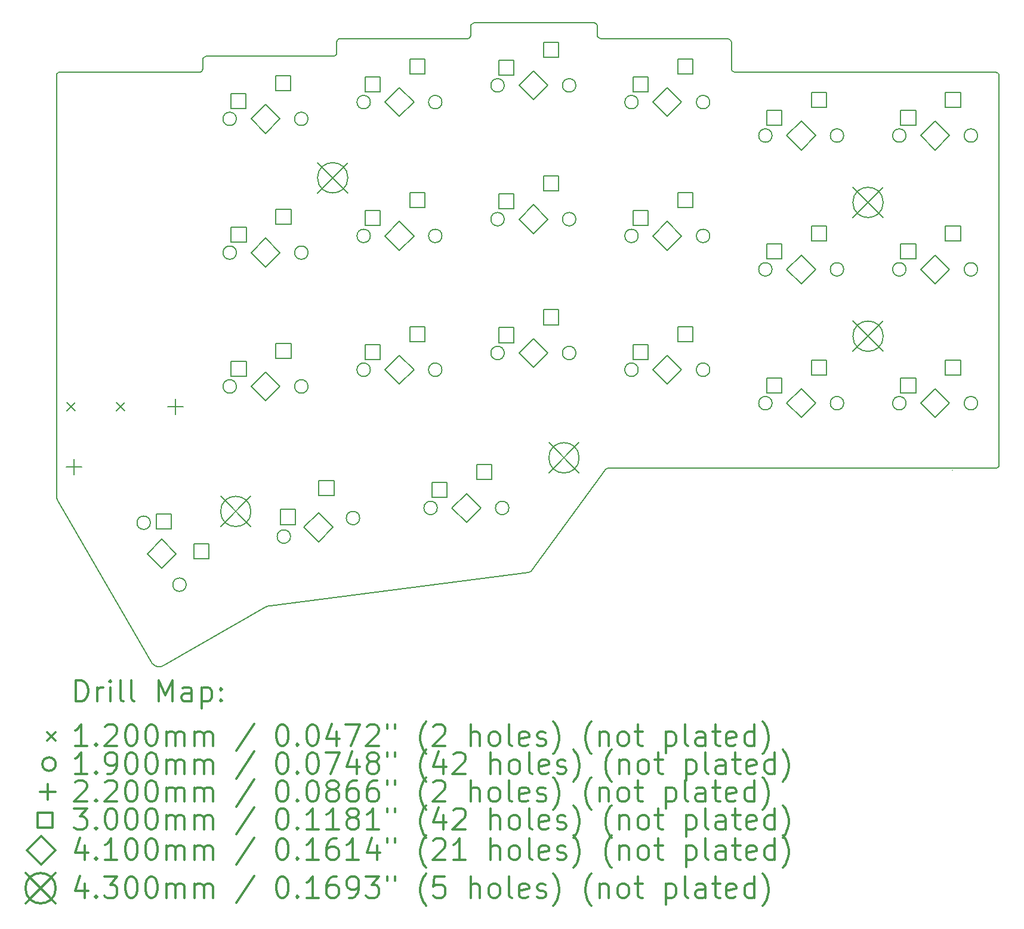
<source format=gbr>
%FSLAX45Y45*%
G04 Gerber Fmt 4.5, Leading zero omitted, Abs format (unit mm)*
G04 Created by KiCad (PCBNEW (5.1.10)-1) date 2021-11-26 09:39:06*
%MOMM*%
%LPD*%
G01*
G04 APERTURE LIST*
%TA.AperFunction,Profile*%
%ADD10C,0.200000*%
%TD*%
%ADD11C,0.200000*%
%ADD12C,0.300000*%
G04 APERTURE END LIST*
D10*
X21252250Y-10814400D02*
X21252250Y-10814300D01*
X21252250Y-10813300D02*
X21252150Y-10813300D01*
X15240651Y-12267009D02*
X11573606Y-12744046D01*
X18115649Y-5117043D02*
X18115649Y-5117018D01*
X12515665Y-4892025D02*
X12510729Y-4913700D01*
X12510729Y-4913700D02*
X12497460Y-4930602D01*
X12497460Y-4930602D02*
X12478149Y-4940441D01*
X12478149Y-4940441D02*
X12465653Y-4942012D01*
X16330309Y-10806663D02*
X15276007Y-12252379D01*
X9885930Y-13545161D02*
X8563328Y-11251924D01*
X14365672Y-4692025D02*
X14365647Y-4692025D01*
X14415659Y-4517019D02*
X14420584Y-4495341D01*
X14420584Y-4495341D02*
X14433845Y-4478432D01*
X14433845Y-4478432D02*
X14453151Y-4468584D01*
X14453151Y-4468584D02*
X14465647Y-4467007D01*
X16215654Y-4517019D02*
X16215654Y-4517019D01*
X16165667Y-4467007D02*
X16187343Y-4471943D01*
X16187343Y-4471943D02*
X16204245Y-4485212D01*
X16204245Y-4485212D02*
X16214083Y-4504523D01*
X16214083Y-4504523D02*
X16215654Y-4517019D01*
X16215654Y-4642038D02*
X16215654Y-4642013D01*
X18065662Y-4692025D02*
X18087331Y-4696958D01*
X18087331Y-4696958D02*
X18104231Y-4710219D01*
X18104231Y-4710219D02*
X18114073Y-4729521D01*
X18114073Y-4729521D02*
X18115649Y-4742013D01*
X18165661Y-5167030D02*
X18143983Y-5162105D01*
X18143983Y-5162105D02*
X18127074Y-5148844D01*
X18127074Y-5148844D02*
X18117226Y-5129538D01*
X18117226Y-5129538D02*
X18115649Y-5117043D01*
X21915663Y-5217017D02*
X21915663Y-5217017D01*
X21865650Y-5167030D02*
X21887328Y-5171955D01*
X21887328Y-5171955D02*
X21904237Y-5185215D01*
X21904237Y-5185215D02*
X21914085Y-5204522D01*
X21914085Y-5204522D02*
X21915663Y-5217017D01*
X21865651Y-10792007D02*
X21865650Y-10792007D01*
X12515665Y-4742013D02*
X12520598Y-4720343D01*
X12520598Y-4720343D02*
X12533859Y-4703444D01*
X12533859Y-4703444D02*
X12553161Y-4693601D01*
X12553161Y-4693601D02*
X12565652Y-4692025D01*
X9886240Y-13545623D02*
X9885930Y-13545161D01*
X10615671Y-5117018D02*
X10610746Y-5138696D01*
X10610746Y-5138696D02*
X10597485Y-5155605D01*
X10597485Y-5155605D02*
X10578178Y-5165453D01*
X10578178Y-5165453D02*
X10565683Y-5167030D01*
X15276007Y-12252379D02*
X15258652Y-12263662D01*
X15258652Y-12263662D02*
X15240651Y-12267009D01*
X10078742Y-13583108D02*
X10060336Y-13593587D01*
X10060336Y-13593587D02*
X10041061Y-13600987D01*
X10041061Y-13600987D02*
X10021244Y-13605372D01*
X10021244Y-13605372D02*
X10001210Y-13606805D01*
X10001210Y-13606805D02*
X9974727Y-13604234D01*
X9974727Y-13604234D02*
X9949214Y-13596679D01*
X9949214Y-13596679D02*
X9931182Y-13587834D01*
X9931182Y-13587834D02*
X9914458Y-13576333D01*
X9914458Y-13576333D02*
X9899368Y-13562242D01*
X9899368Y-13562242D02*
X9886240Y-13545623D01*
X14415659Y-4642013D02*
X14410734Y-4663691D01*
X14410734Y-4663691D02*
X14397474Y-4680600D01*
X14397474Y-4680600D02*
X14378167Y-4690448D01*
X14378167Y-4690448D02*
X14365672Y-4692025D01*
X16265666Y-4692025D02*
X16243988Y-4687100D01*
X16243988Y-4687100D02*
X16227080Y-4673840D01*
X16227080Y-4673840D02*
X16217232Y-4654533D01*
X16217232Y-4654533D02*
X16215654Y-4642038D01*
X8590760Y-5166853D02*
X10565659Y-5167030D01*
X11508150Y-12757000D02*
X11528319Y-12751577D01*
X11528319Y-12751577D02*
X11548771Y-12747399D01*
X11548771Y-12747399D02*
X11569448Y-12744478D01*
X11569448Y-12744478D02*
X11573606Y-12744046D01*
X11508150Y-12757000D02*
X10078742Y-13583108D01*
X14415736Y-4641835D02*
X14415736Y-4516867D01*
X10615900Y-4991847D02*
X10615671Y-5117018D01*
X18165788Y-5166853D02*
X21865650Y-5167030D01*
X21915663Y-5217017D02*
X21915840Y-10741893D01*
X16330309Y-10806663D02*
X16347662Y-10795365D01*
X16347662Y-10795365D02*
X16365666Y-10792007D01*
X16265870Y-4691873D02*
X17466650Y-4691873D01*
X16977950Y-10792007D02*
X20777950Y-10791931D01*
X12515818Y-4891771D02*
X12515818Y-4741911D01*
X10665684Y-4941809D02*
X12465780Y-4941809D01*
X8563379Y-11251772D02*
X8554431Y-11233885D01*
X8554431Y-11233885D02*
X8546883Y-11212423D01*
X8546883Y-11212423D02*
X8542265Y-11190159D01*
X8542265Y-11190159D02*
X8540656Y-11167390D01*
X8540656Y-11167390D02*
X8540670Y-11164523D01*
X8540722Y-5216890D02*
X8540722Y-11164295D01*
X16215832Y-4516867D02*
X16215832Y-4641835D01*
X12565856Y-4691873D02*
X13177950Y-4691873D01*
X21915663Y-10742020D02*
X21910727Y-10763696D01*
X21910727Y-10763696D02*
X21897458Y-10780598D01*
X21897458Y-10780598D02*
X21878147Y-10790436D01*
X21878147Y-10790436D02*
X21865651Y-10792007D01*
X18115750Y-4741911D02*
X18115750Y-5116815D01*
X10615671Y-4992024D02*
X10620597Y-4970346D01*
X10620597Y-4970346D02*
X10633857Y-4953438D01*
X10633857Y-4953438D02*
X10653162Y-4943590D01*
X10653162Y-4943590D02*
X10665658Y-4942012D01*
X8540670Y-5217017D02*
X8545603Y-5195348D01*
X8545603Y-5195348D02*
X8558864Y-5178448D01*
X8558864Y-5178448D02*
X8578167Y-5168606D01*
X8578167Y-5168606D02*
X8590658Y-5167030D01*
X14465774Y-4466829D02*
X16165794Y-4466829D01*
X10565683Y-5167030D02*
X10565659Y-5167030D01*
X16365666Y-10792007D02*
X16977950Y-10792007D01*
X21865650Y-10792007D02*
X20777950Y-10791931D01*
X18065662Y-4692025D02*
X17452950Y-4692025D01*
X14365647Y-4692025D02*
X13177950Y-4691873D01*
D11*
X8688950Y-9856200D02*
X8808950Y-9976200D01*
X8808950Y-9856200D02*
X8688950Y-9976200D01*
X9388950Y-9856200D02*
X9508950Y-9976200D01*
X9508950Y-9856200D02*
X9388950Y-9976200D01*
X9872650Y-11564259D02*
G75*
G03*
X9872650Y-11564259I-95000J0D01*
G01*
X10380650Y-12444141D02*
G75*
G03*
X10380650Y-12444141I-95000J0D01*
G01*
X11092950Y-5829700D02*
G75*
G03*
X11092950Y-5829700I-95000J0D01*
G01*
X11093650Y-7729200D02*
G75*
G03*
X11093650Y-7729200I-95000J0D01*
G01*
X11093650Y-9629200D02*
G75*
G03*
X11093650Y-9629200I-95000J0D01*
G01*
X11860960Y-11760680D02*
G75*
G03*
X11860960Y-11760680I-95000J0D01*
G01*
X12108950Y-5829700D02*
G75*
G03*
X12108950Y-5829700I-95000J0D01*
G01*
X12109650Y-7729200D02*
G75*
G03*
X12109650Y-7729200I-95000J0D01*
G01*
X12109650Y-9629200D02*
G75*
G03*
X12109650Y-9629200I-95000J0D01*
G01*
X12842340Y-11497720D02*
G75*
G03*
X12842340Y-11497720I-95000J0D01*
G01*
X12993650Y-5591700D02*
G75*
G03*
X12993650Y-5591700I-95000J0D01*
G01*
X12993650Y-7491700D02*
G75*
G03*
X12993650Y-7491700I-95000J0D01*
G01*
X12993650Y-9391700D02*
G75*
G03*
X12993650Y-9391700I-95000J0D01*
G01*
X13943650Y-11354200D02*
G75*
G03*
X13943650Y-11354200I-95000J0D01*
G01*
X14009650Y-5591700D02*
G75*
G03*
X14009650Y-5591700I-95000J0D01*
G01*
X14009650Y-7491700D02*
G75*
G03*
X14009650Y-7491700I-95000J0D01*
G01*
X14009650Y-9391700D02*
G75*
G03*
X14009650Y-9391700I-95000J0D01*
G01*
X14893650Y-5354200D02*
G75*
G03*
X14893650Y-5354200I-95000J0D01*
G01*
X14893650Y-7254200D02*
G75*
G03*
X14893650Y-7254200I-95000J0D01*
G01*
X14893650Y-9154200D02*
G75*
G03*
X14893650Y-9154200I-95000J0D01*
G01*
X14959650Y-11354200D02*
G75*
G03*
X14959650Y-11354200I-95000J0D01*
G01*
X15909650Y-5354200D02*
G75*
G03*
X15909650Y-5354200I-95000J0D01*
G01*
X15909650Y-7254200D02*
G75*
G03*
X15909650Y-7254200I-95000J0D01*
G01*
X15909650Y-9154200D02*
G75*
G03*
X15909650Y-9154200I-95000J0D01*
G01*
X16793650Y-5591700D02*
G75*
G03*
X16793650Y-5591700I-95000J0D01*
G01*
X16793650Y-7491700D02*
G75*
G03*
X16793650Y-7491700I-95000J0D01*
G01*
X16793650Y-9391700D02*
G75*
G03*
X16793650Y-9391700I-95000J0D01*
G01*
X17809650Y-5591700D02*
G75*
G03*
X17809650Y-5591700I-95000J0D01*
G01*
X17809650Y-7491700D02*
G75*
G03*
X17809650Y-7491700I-95000J0D01*
G01*
X17809650Y-9391700D02*
G75*
G03*
X17809650Y-9391700I-95000J0D01*
G01*
X18693650Y-6066700D02*
G75*
G03*
X18693650Y-6066700I-95000J0D01*
G01*
X18693650Y-7966700D02*
G75*
G03*
X18693650Y-7966700I-95000J0D01*
G01*
X18693650Y-9866700D02*
G75*
G03*
X18693650Y-9866700I-95000J0D01*
G01*
X19709650Y-6066700D02*
G75*
G03*
X19709650Y-6066700I-95000J0D01*
G01*
X19709650Y-7966700D02*
G75*
G03*
X19709650Y-7966700I-95000J0D01*
G01*
X19709650Y-9866700D02*
G75*
G03*
X19709650Y-9866700I-95000J0D01*
G01*
X20593650Y-6066700D02*
G75*
G03*
X20593650Y-6066700I-95000J0D01*
G01*
X20593650Y-7966700D02*
G75*
G03*
X20593650Y-7966700I-95000J0D01*
G01*
X20593650Y-9866700D02*
G75*
G03*
X20593650Y-9866700I-95000J0D01*
G01*
X21609650Y-6066700D02*
G75*
G03*
X21609650Y-6066700I-95000J0D01*
G01*
X21609650Y-7966700D02*
G75*
G03*
X21609650Y-7966700I-95000J0D01*
G01*
X21609650Y-9866700D02*
G75*
G03*
X21609650Y-9866700I-95000J0D01*
G01*
X8787050Y-10657700D02*
X8787050Y-10877700D01*
X8677050Y-10767700D02*
X8897050Y-10767700D01*
X10230250Y-9805600D02*
X10230250Y-10025600D01*
X10120250Y-9915600D02*
X10340250Y-9915600D01*
X10167188Y-11653311D02*
X10167188Y-11441177D01*
X9955054Y-11441177D01*
X9955054Y-11653311D01*
X10167188Y-11653311D01*
X10704658Y-12076237D02*
X10704658Y-11864103D01*
X10492524Y-11864103D01*
X10492524Y-12076237D01*
X10704658Y-12076237D01*
X11231017Y-5681767D02*
X11231017Y-5469633D01*
X11018883Y-5469633D01*
X11018883Y-5681767D01*
X11231017Y-5681767D01*
X11231717Y-7581267D02*
X11231717Y-7369133D01*
X11019583Y-7369133D01*
X11019583Y-7581267D01*
X11231717Y-7581267D01*
X11231717Y-9481267D02*
X11231717Y-9269133D01*
X11019583Y-9269133D01*
X11019583Y-9481267D01*
X11231717Y-9481267D01*
X11866017Y-5427767D02*
X11866017Y-5215633D01*
X11653883Y-5215633D01*
X11653883Y-5427767D01*
X11866017Y-5427767D01*
X11866717Y-7327267D02*
X11866717Y-7115133D01*
X11654583Y-7115133D01*
X11654583Y-7327267D01*
X11866717Y-7327267D01*
X11866717Y-9227267D02*
X11866717Y-9015133D01*
X11654583Y-9015133D01*
X11654583Y-9227267D01*
X11866717Y-9227267D01*
X11928959Y-11588532D02*
X11928959Y-11376398D01*
X11716825Y-11376398D01*
X11716825Y-11588532D01*
X11928959Y-11588532D01*
X12476582Y-11178837D02*
X12476582Y-10966703D01*
X12264448Y-10966703D01*
X12264448Y-11178837D01*
X12476582Y-11178837D01*
X13131717Y-5443767D02*
X13131717Y-5231633D01*
X12919583Y-5231633D01*
X12919583Y-5443767D01*
X13131717Y-5443767D01*
X13131717Y-7343767D02*
X13131717Y-7131633D01*
X12919583Y-7131633D01*
X12919583Y-7343767D01*
X13131717Y-7343767D01*
X13131717Y-9243767D02*
X13131717Y-9031633D01*
X12919583Y-9031633D01*
X12919583Y-9243767D01*
X13131717Y-9243767D01*
X13766717Y-5189767D02*
X13766717Y-4977633D01*
X13554583Y-4977633D01*
X13554583Y-5189767D01*
X13766717Y-5189767D01*
X13766717Y-7089767D02*
X13766717Y-6877633D01*
X13554583Y-6877633D01*
X13554583Y-7089767D01*
X13766717Y-7089767D01*
X13766717Y-8989767D02*
X13766717Y-8777633D01*
X13554583Y-8777633D01*
X13554583Y-8989767D01*
X13766717Y-8989767D01*
X14081717Y-11206267D02*
X14081717Y-10994133D01*
X13869583Y-10994133D01*
X13869583Y-11206267D01*
X14081717Y-11206267D01*
X14716717Y-10952267D02*
X14716717Y-10740133D01*
X14504583Y-10740133D01*
X14504583Y-10952267D01*
X14716717Y-10952267D01*
X15031717Y-5206267D02*
X15031717Y-4994133D01*
X14819583Y-4994133D01*
X14819583Y-5206267D01*
X15031717Y-5206267D01*
X15031717Y-7106267D02*
X15031717Y-6894133D01*
X14819583Y-6894133D01*
X14819583Y-7106267D01*
X15031717Y-7106267D01*
X15031717Y-9006267D02*
X15031717Y-8794133D01*
X14819583Y-8794133D01*
X14819583Y-9006267D01*
X15031717Y-9006267D01*
X15666717Y-4952267D02*
X15666717Y-4740133D01*
X15454583Y-4740133D01*
X15454583Y-4952267D01*
X15666717Y-4952267D01*
X15666717Y-6852267D02*
X15666717Y-6640133D01*
X15454583Y-6640133D01*
X15454583Y-6852267D01*
X15666717Y-6852267D01*
X15666717Y-8752267D02*
X15666717Y-8540133D01*
X15454583Y-8540133D01*
X15454583Y-8752267D01*
X15666717Y-8752267D01*
X16931717Y-5443767D02*
X16931717Y-5231633D01*
X16719583Y-5231633D01*
X16719583Y-5443767D01*
X16931717Y-5443767D01*
X16931717Y-7343767D02*
X16931717Y-7131633D01*
X16719583Y-7131633D01*
X16719583Y-7343767D01*
X16931717Y-7343767D01*
X16931717Y-9243767D02*
X16931717Y-9031633D01*
X16719583Y-9031633D01*
X16719583Y-9243767D01*
X16931717Y-9243767D01*
X17566717Y-5189767D02*
X17566717Y-4977633D01*
X17354583Y-4977633D01*
X17354583Y-5189767D01*
X17566717Y-5189767D01*
X17566717Y-7089767D02*
X17566717Y-6877633D01*
X17354583Y-6877633D01*
X17354583Y-7089767D01*
X17566717Y-7089767D01*
X17566717Y-8989767D02*
X17566717Y-8777633D01*
X17354583Y-8777633D01*
X17354583Y-8989767D01*
X17566717Y-8989767D01*
X18831717Y-5918767D02*
X18831717Y-5706633D01*
X18619583Y-5706633D01*
X18619583Y-5918767D01*
X18831717Y-5918767D01*
X18831717Y-7818767D02*
X18831717Y-7606633D01*
X18619583Y-7606633D01*
X18619583Y-7818767D01*
X18831717Y-7818767D01*
X18831717Y-9718767D02*
X18831717Y-9506633D01*
X18619583Y-9506633D01*
X18619583Y-9718767D01*
X18831717Y-9718767D01*
X19466717Y-5664767D02*
X19466717Y-5452633D01*
X19254583Y-5452633D01*
X19254583Y-5664767D01*
X19466717Y-5664767D01*
X19466717Y-7564767D02*
X19466717Y-7352633D01*
X19254583Y-7352633D01*
X19254583Y-7564767D01*
X19466717Y-7564767D01*
X19466717Y-9464767D02*
X19466717Y-9252633D01*
X19254583Y-9252633D01*
X19254583Y-9464767D01*
X19466717Y-9464767D01*
X20731717Y-5918767D02*
X20731717Y-5706633D01*
X20519583Y-5706633D01*
X20519583Y-5918767D01*
X20731717Y-5918767D01*
X20731717Y-7818767D02*
X20731717Y-7606633D01*
X20519583Y-7606633D01*
X20519583Y-7818767D01*
X20731717Y-7818767D01*
X20731717Y-9718767D02*
X20731717Y-9506633D01*
X20519583Y-9506633D01*
X20519583Y-9718767D01*
X20731717Y-9718767D01*
X21366717Y-5664767D02*
X21366717Y-5452633D01*
X21154583Y-5452633D01*
X21154583Y-5664767D01*
X21366717Y-5664767D01*
X21366717Y-7564767D02*
X21366717Y-7352633D01*
X21154583Y-7352633D01*
X21154583Y-7564767D01*
X21366717Y-7564767D01*
X21366717Y-9464767D02*
X21366717Y-9252633D01*
X21154583Y-9252633D01*
X21154583Y-9464767D01*
X21366717Y-9464767D01*
X10031650Y-12209200D02*
X10236650Y-12004200D01*
X10031650Y-11799200D01*
X9826650Y-12004200D01*
X10031650Y-12209200D01*
X11505950Y-6034700D02*
X11710950Y-5829700D01*
X11505950Y-5624700D01*
X11300950Y-5829700D01*
X11505950Y-6034700D01*
X11506650Y-7934200D02*
X11711650Y-7729200D01*
X11506650Y-7524200D01*
X11301650Y-7729200D01*
X11506650Y-7934200D01*
X11506650Y-9834200D02*
X11711650Y-9629200D01*
X11506650Y-9424200D01*
X11301650Y-9629200D01*
X11506650Y-9834200D01*
X12256650Y-11834200D02*
X12461650Y-11629200D01*
X12256650Y-11424200D01*
X12051650Y-11629200D01*
X12256650Y-11834200D01*
X13406650Y-5796700D02*
X13611650Y-5591700D01*
X13406650Y-5386700D01*
X13201650Y-5591700D01*
X13406650Y-5796700D01*
X13406650Y-7696700D02*
X13611650Y-7491700D01*
X13406650Y-7286700D01*
X13201650Y-7491700D01*
X13406650Y-7696700D01*
X13406650Y-9596700D02*
X13611650Y-9391700D01*
X13406650Y-9186700D01*
X13201650Y-9391700D01*
X13406650Y-9596700D01*
X14356650Y-11559200D02*
X14561650Y-11354200D01*
X14356650Y-11149200D01*
X14151650Y-11354200D01*
X14356650Y-11559200D01*
X15306650Y-5559200D02*
X15511650Y-5354200D01*
X15306650Y-5149200D01*
X15101650Y-5354200D01*
X15306650Y-5559200D01*
X15306650Y-7459200D02*
X15511650Y-7254200D01*
X15306650Y-7049200D01*
X15101650Y-7254200D01*
X15306650Y-7459200D01*
X15306650Y-9359200D02*
X15511650Y-9154200D01*
X15306650Y-8949200D01*
X15101650Y-9154200D01*
X15306650Y-9359200D01*
X17206650Y-5796700D02*
X17411650Y-5591700D01*
X17206650Y-5386700D01*
X17001650Y-5591700D01*
X17206650Y-5796700D01*
X17206650Y-7696700D02*
X17411650Y-7491700D01*
X17206650Y-7286700D01*
X17001650Y-7491700D01*
X17206650Y-7696700D01*
X17206650Y-9596700D02*
X17411650Y-9391700D01*
X17206650Y-9186700D01*
X17001650Y-9391700D01*
X17206650Y-9596700D01*
X19106650Y-6271700D02*
X19311650Y-6066700D01*
X19106650Y-5861700D01*
X18901650Y-6066700D01*
X19106650Y-6271700D01*
X19106650Y-8171700D02*
X19311650Y-7966700D01*
X19106650Y-7761700D01*
X18901650Y-7966700D01*
X19106650Y-8171700D01*
X19106650Y-10071700D02*
X19311650Y-9866700D01*
X19106650Y-9661700D01*
X18901650Y-9866700D01*
X19106650Y-10071700D01*
X21006650Y-6271700D02*
X21211650Y-6066700D01*
X21006650Y-5861700D01*
X20801650Y-6066700D01*
X21006650Y-6271700D01*
X21006650Y-8171700D02*
X21211650Y-7966700D01*
X21006650Y-7761700D01*
X20801650Y-7966700D01*
X21006650Y-8171700D01*
X21006650Y-10071700D02*
X21211650Y-9866700D01*
X21006650Y-9661700D01*
X20801650Y-9866700D01*
X21006650Y-10071700D01*
X10869150Y-11188700D02*
X11299150Y-11618700D01*
X11299150Y-11188700D02*
X10869150Y-11618700D01*
X11299150Y-11403700D02*
G75*
G03*
X11299150Y-11403700I-215000J0D01*
G01*
X12244650Y-6451750D02*
X12674650Y-6881750D01*
X12674650Y-6451750D02*
X12244650Y-6881750D01*
X12674650Y-6666750D02*
G75*
G03*
X12674650Y-6666750I-215000J0D01*
G01*
X15525750Y-10427250D02*
X15955750Y-10857250D01*
X15955750Y-10427250D02*
X15525750Y-10857250D01*
X15955750Y-10642250D02*
G75*
G03*
X15955750Y-10642250I-215000J0D01*
G01*
X19840150Y-6800750D02*
X20270150Y-7230750D01*
X20270150Y-6800750D02*
X19840150Y-7230750D01*
X20270150Y-7015750D02*
G75*
G03*
X20270150Y-7015750I-215000J0D01*
G01*
X19840150Y-8700750D02*
X20270150Y-9130750D01*
X20270150Y-8700750D02*
X19840150Y-9130750D01*
X20270150Y-8915750D02*
G75*
G03*
X20270150Y-8915750I-215000J0D01*
G01*
D12*
X8816690Y-14101630D02*
X8816690Y-13801630D01*
X8888118Y-13801630D01*
X8930975Y-13815915D01*
X8959547Y-13844487D01*
X8973833Y-13873058D01*
X8988118Y-13930201D01*
X8988118Y-13973058D01*
X8973833Y-14030201D01*
X8959547Y-14058772D01*
X8930975Y-14087344D01*
X8888118Y-14101630D01*
X8816690Y-14101630D01*
X9116690Y-14101630D02*
X9116690Y-13901630D01*
X9116690Y-13958772D02*
X9130975Y-13930201D01*
X9145261Y-13915915D01*
X9173833Y-13901630D01*
X9202404Y-13901630D01*
X9302404Y-14101630D02*
X9302404Y-13901630D01*
X9302404Y-13801630D02*
X9288118Y-13815915D01*
X9302404Y-13830201D01*
X9316690Y-13815915D01*
X9302404Y-13801630D01*
X9302404Y-13830201D01*
X9488118Y-14101630D02*
X9459547Y-14087344D01*
X9445261Y-14058772D01*
X9445261Y-13801630D01*
X9645261Y-14101630D02*
X9616690Y-14087344D01*
X9602404Y-14058772D01*
X9602404Y-13801630D01*
X9988118Y-14101630D02*
X9988118Y-13801630D01*
X10088118Y-14015915D01*
X10188118Y-13801630D01*
X10188118Y-14101630D01*
X10459547Y-14101630D02*
X10459547Y-13944487D01*
X10445261Y-13915915D01*
X10416690Y-13901630D01*
X10359547Y-13901630D01*
X10330975Y-13915915D01*
X10459547Y-14087344D02*
X10430975Y-14101630D01*
X10359547Y-14101630D01*
X10330975Y-14087344D01*
X10316690Y-14058772D01*
X10316690Y-14030201D01*
X10330975Y-14001630D01*
X10359547Y-13987344D01*
X10430975Y-13987344D01*
X10459547Y-13973058D01*
X10602404Y-13901630D02*
X10602404Y-14201630D01*
X10602404Y-13915915D02*
X10630975Y-13901630D01*
X10688118Y-13901630D01*
X10716690Y-13915915D01*
X10730975Y-13930201D01*
X10745261Y-13958772D01*
X10745261Y-14044487D01*
X10730975Y-14073058D01*
X10716690Y-14087344D01*
X10688118Y-14101630D01*
X10630975Y-14101630D01*
X10602404Y-14087344D01*
X10873833Y-14073058D02*
X10888118Y-14087344D01*
X10873833Y-14101630D01*
X10859547Y-14087344D01*
X10873833Y-14073058D01*
X10873833Y-14101630D01*
X10873833Y-13915915D02*
X10888118Y-13930201D01*
X10873833Y-13944487D01*
X10859547Y-13930201D01*
X10873833Y-13915915D01*
X10873833Y-13944487D01*
X8410261Y-14535915D02*
X8530261Y-14655915D01*
X8530261Y-14535915D02*
X8410261Y-14655915D01*
X8973833Y-14731630D02*
X8802404Y-14731630D01*
X8888118Y-14731630D02*
X8888118Y-14431630D01*
X8859547Y-14474487D01*
X8830975Y-14503058D01*
X8802404Y-14517344D01*
X9102404Y-14703058D02*
X9116690Y-14717344D01*
X9102404Y-14731630D01*
X9088118Y-14717344D01*
X9102404Y-14703058D01*
X9102404Y-14731630D01*
X9230975Y-14460201D02*
X9245261Y-14445915D01*
X9273833Y-14431630D01*
X9345261Y-14431630D01*
X9373833Y-14445915D01*
X9388118Y-14460201D01*
X9402404Y-14488772D01*
X9402404Y-14517344D01*
X9388118Y-14560201D01*
X9216690Y-14731630D01*
X9402404Y-14731630D01*
X9588118Y-14431630D02*
X9616690Y-14431630D01*
X9645261Y-14445915D01*
X9659547Y-14460201D01*
X9673833Y-14488772D01*
X9688118Y-14545915D01*
X9688118Y-14617344D01*
X9673833Y-14674487D01*
X9659547Y-14703058D01*
X9645261Y-14717344D01*
X9616690Y-14731630D01*
X9588118Y-14731630D01*
X9559547Y-14717344D01*
X9545261Y-14703058D01*
X9530975Y-14674487D01*
X9516690Y-14617344D01*
X9516690Y-14545915D01*
X9530975Y-14488772D01*
X9545261Y-14460201D01*
X9559547Y-14445915D01*
X9588118Y-14431630D01*
X9873833Y-14431630D02*
X9902404Y-14431630D01*
X9930975Y-14445915D01*
X9945261Y-14460201D01*
X9959547Y-14488772D01*
X9973833Y-14545915D01*
X9973833Y-14617344D01*
X9959547Y-14674487D01*
X9945261Y-14703058D01*
X9930975Y-14717344D01*
X9902404Y-14731630D01*
X9873833Y-14731630D01*
X9845261Y-14717344D01*
X9830975Y-14703058D01*
X9816690Y-14674487D01*
X9802404Y-14617344D01*
X9802404Y-14545915D01*
X9816690Y-14488772D01*
X9830975Y-14460201D01*
X9845261Y-14445915D01*
X9873833Y-14431630D01*
X10102404Y-14731630D02*
X10102404Y-14531630D01*
X10102404Y-14560201D02*
X10116690Y-14545915D01*
X10145261Y-14531630D01*
X10188118Y-14531630D01*
X10216690Y-14545915D01*
X10230975Y-14574487D01*
X10230975Y-14731630D01*
X10230975Y-14574487D02*
X10245261Y-14545915D01*
X10273833Y-14531630D01*
X10316690Y-14531630D01*
X10345261Y-14545915D01*
X10359547Y-14574487D01*
X10359547Y-14731630D01*
X10502404Y-14731630D02*
X10502404Y-14531630D01*
X10502404Y-14560201D02*
X10516690Y-14545915D01*
X10545261Y-14531630D01*
X10588118Y-14531630D01*
X10616690Y-14545915D01*
X10630975Y-14574487D01*
X10630975Y-14731630D01*
X10630975Y-14574487D02*
X10645261Y-14545915D01*
X10673833Y-14531630D01*
X10716690Y-14531630D01*
X10745261Y-14545915D01*
X10759547Y-14574487D01*
X10759547Y-14731630D01*
X11345261Y-14417344D02*
X11088118Y-14803058D01*
X11730975Y-14431630D02*
X11759547Y-14431630D01*
X11788118Y-14445915D01*
X11802404Y-14460201D01*
X11816690Y-14488772D01*
X11830975Y-14545915D01*
X11830975Y-14617344D01*
X11816690Y-14674487D01*
X11802404Y-14703058D01*
X11788118Y-14717344D01*
X11759547Y-14731630D01*
X11730975Y-14731630D01*
X11702404Y-14717344D01*
X11688118Y-14703058D01*
X11673832Y-14674487D01*
X11659547Y-14617344D01*
X11659547Y-14545915D01*
X11673832Y-14488772D01*
X11688118Y-14460201D01*
X11702404Y-14445915D01*
X11730975Y-14431630D01*
X11959547Y-14703058D02*
X11973832Y-14717344D01*
X11959547Y-14731630D01*
X11945261Y-14717344D01*
X11959547Y-14703058D01*
X11959547Y-14731630D01*
X12159547Y-14431630D02*
X12188118Y-14431630D01*
X12216690Y-14445915D01*
X12230975Y-14460201D01*
X12245261Y-14488772D01*
X12259547Y-14545915D01*
X12259547Y-14617344D01*
X12245261Y-14674487D01*
X12230975Y-14703058D01*
X12216690Y-14717344D01*
X12188118Y-14731630D01*
X12159547Y-14731630D01*
X12130975Y-14717344D01*
X12116690Y-14703058D01*
X12102404Y-14674487D01*
X12088118Y-14617344D01*
X12088118Y-14545915D01*
X12102404Y-14488772D01*
X12116690Y-14460201D01*
X12130975Y-14445915D01*
X12159547Y-14431630D01*
X12516690Y-14531630D02*
X12516690Y-14731630D01*
X12445261Y-14417344D02*
X12373832Y-14631630D01*
X12559547Y-14631630D01*
X12645261Y-14431630D02*
X12845261Y-14431630D01*
X12716690Y-14731630D01*
X12945261Y-14460201D02*
X12959547Y-14445915D01*
X12988118Y-14431630D01*
X13059547Y-14431630D01*
X13088118Y-14445915D01*
X13102404Y-14460201D01*
X13116690Y-14488772D01*
X13116690Y-14517344D01*
X13102404Y-14560201D01*
X12930975Y-14731630D01*
X13116690Y-14731630D01*
X13230975Y-14431630D02*
X13230975Y-14488772D01*
X13345261Y-14431630D02*
X13345261Y-14488772D01*
X13788118Y-14845915D02*
X13773832Y-14831630D01*
X13745261Y-14788772D01*
X13730975Y-14760201D01*
X13716690Y-14717344D01*
X13702404Y-14645915D01*
X13702404Y-14588772D01*
X13716690Y-14517344D01*
X13730975Y-14474487D01*
X13745261Y-14445915D01*
X13773832Y-14403058D01*
X13788118Y-14388772D01*
X13888118Y-14460201D02*
X13902404Y-14445915D01*
X13930975Y-14431630D01*
X14002404Y-14431630D01*
X14030975Y-14445915D01*
X14045261Y-14460201D01*
X14059547Y-14488772D01*
X14059547Y-14517344D01*
X14045261Y-14560201D01*
X13873832Y-14731630D01*
X14059547Y-14731630D01*
X14416690Y-14731630D02*
X14416690Y-14431630D01*
X14545261Y-14731630D02*
X14545261Y-14574487D01*
X14530975Y-14545915D01*
X14502404Y-14531630D01*
X14459547Y-14531630D01*
X14430975Y-14545915D01*
X14416690Y-14560201D01*
X14730975Y-14731630D02*
X14702404Y-14717344D01*
X14688118Y-14703058D01*
X14673832Y-14674487D01*
X14673832Y-14588772D01*
X14688118Y-14560201D01*
X14702404Y-14545915D01*
X14730975Y-14531630D01*
X14773832Y-14531630D01*
X14802404Y-14545915D01*
X14816690Y-14560201D01*
X14830975Y-14588772D01*
X14830975Y-14674487D01*
X14816690Y-14703058D01*
X14802404Y-14717344D01*
X14773832Y-14731630D01*
X14730975Y-14731630D01*
X15002404Y-14731630D02*
X14973832Y-14717344D01*
X14959547Y-14688772D01*
X14959547Y-14431630D01*
X15230975Y-14717344D02*
X15202404Y-14731630D01*
X15145261Y-14731630D01*
X15116690Y-14717344D01*
X15102404Y-14688772D01*
X15102404Y-14574487D01*
X15116690Y-14545915D01*
X15145261Y-14531630D01*
X15202404Y-14531630D01*
X15230975Y-14545915D01*
X15245261Y-14574487D01*
X15245261Y-14603058D01*
X15102404Y-14631630D01*
X15359547Y-14717344D02*
X15388118Y-14731630D01*
X15445261Y-14731630D01*
X15473832Y-14717344D01*
X15488118Y-14688772D01*
X15488118Y-14674487D01*
X15473832Y-14645915D01*
X15445261Y-14631630D01*
X15402404Y-14631630D01*
X15373832Y-14617344D01*
X15359547Y-14588772D01*
X15359547Y-14574487D01*
X15373832Y-14545915D01*
X15402404Y-14531630D01*
X15445261Y-14531630D01*
X15473832Y-14545915D01*
X15588118Y-14845915D02*
X15602404Y-14831630D01*
X15630975Y-14788772D01*
X15645261Y-14760201D01*
X15659547Y-14717344D01*
X15673832Y-14645915D01*
X15673832Y-14588772D01*
X15659547Y-14517344D01*
X15645261Y-14474487D01*
X15630975Y-14445915D01*
X15602404Y-14403058D01*
X15588118Y-14388772D01*
X16130975Y-14845915D02*
X16116690Y-14831630D01*
X16088118Y-14788772D01*
X16073832Y-14760201D01*
X16059547Y-14717344D01*
X16045261Y-14645915D01*
X16045261Y-14588772D01*
X16059547Y-14517344D01*
X16073832Y-14474487D01*
X16088118Y-14445915D01*
X16116690Y-14403058D01*
X16130975Y-14388772D01*
X16245261Y-14531630D02*
X16245261Y-14731630D01*
X16245261Y-14560201D02*
X16259547Y-14545915D01*
X16288118Y-14531630D01*
X16330975Y-14531630D01*
X16359547Y-14545915D01*
X16373832Y-14574487D01*
X16373832Y-14731630D01*
X16559547Y-14731630D02*
X16530975Y-14717344D01*
X16516690Y-14703058D01*
X16502404Y-14674487D01*
X16502404Y-14588772D01*
X16516690Y-14560201D01*
X16530975Y-14545915D01*
X16559547Y-14531630D01*
X16602404Y-14531630D01*
X16630975Y-14545915D01*
X16645261Y-14560201D01*
X16659547Y-14588772D01*
X16659547Y-14674487D01*
X16645261Y-14703058D01*
X16630975Y-14717344D01*
X16602404Y-14731630D01*
X16559547Y-14731630D01*
X16745261Y-14531630D02*
X16859547Y-14531630D01*
X16788118Y-14431630D02*
X16788118Y-14688772D01*
X16802404Y-14717344D01*
X16830975Y-14731630D01*
X16859547Y-14731630D01*
X17188118Y-14531630D02*
X17188118Y-14831630D01*
X17188118Y-14545915D02*
X17216690Y-14531630D01*
X17273833Y-14531630D01*
X17302404Y-14545915D01*
X17316690Y-14560201D01*
X17330975Y-14588772D01*
X17330975Y-14674487D01*
X17316690Y-14703058D01*
X17302404Y-14717344D01*
X17273833Y-14731630D01*
X17216690Y-14731630D01*
X17188118Y-14717344D01*
X17502404Y-14731630D02*
X17473833Y-14717344D01*
X17459547Y-14688772D01*
X17459547Y-14431630D01*
X17745261Y-14731630D02*
X17745261Y-14574487D01*
X17730975Y-14545915D01*
X17702404Y-14531630D01*
X17645261Y-14531630D01*
X17616690Y-14545915D01*
X17745261Y-14717344D02*
X17716690Y-14731630D01*
X17645261Y-14731630D01*
X17616690Y-14717344D01*
X17602404Y-14688772D01*
X17602404Y-14660201D01*
X17616690Y-14631630D01*
X17645261Y-14617344D01*
X17716690Y-14617344D01*
X17745261Y-14603058D01*
X17845261Y-14531630D02*
X17959547Y-14531630D01*
X17888118Y-14431630D02*
X17888118Y-14688772D01*
X17902404Y-14717344D01*
X17930975Y-14731630D01*
X17959547Y-14731630D01*
X18173833Y-14717344D02*
X18145261Y-14731630D01*
X18088118Y-14731630D01*
X18059547Y-14717344D01*
X18045261Y-14688772D01*
X18045261Y-14574487D01*
X18059547Y-14545915D01*
X18088118Y-14531630D01*
X18145261Y-14531630D01*
X18173833Y-14545915D01*
X18188118Y-14574487D01*
X18188118Y-14603058D01*
X18045261Y-14631630D01*
X18445261Y-14731630D02*
X18445261Y-14431630D01*
X18445261Y-14717344D02*
X18416690Y-14731630D01*
X18359547Y-14731630D01*
X18330975Y-14717344D01*
X18316690Y-14703058D01*
X18302404Y-14674487D01*
X18302404Y-14588772D01*
X18316690Y-14560201D01*
X18330975Y-14545915D01*
X18359547Y-14531630D01*
X18416690Y-14531630D01*
X18445261Y-14545915D01*
X18559547Y-14845915D02*
X18573833Y-14831630D01*
X18602404Y-14788772D01*
X18616690Y-14760201D01*
X18630975Y-14717344D01*
X18645261Y-14645915D01*
X18645261Y-14588772D01*
X18630975Y-14517344D01*
X18616690Y-14474487D01*
X18602404Y-14445915D01*
X18573833Y-14403058D01*
X18559547Y-14388772D01*
X8530261Y-14991915D02*
G75*
G03*
X8530261Y-14991915I-95000J0D01*
G01*
X8973833Y-15127630D02*
X8802404Y-15127630D01*
X8888118Y-15127630D02*
X8888118Y-14827630D01*
X8859547Y-14870487D01*
X8830975Y-14899058D01*
X8802404Y-14913344D01*
X9102404Y-15099058D02*
X9116690Y-15113344D01*
X9102404Y-15127630D01*
X9088118Y-15113344D01*
X9102404Y-15099058D01*
X9102404Y-15127630D01*
X9259547Y-15127630D02*
X9316690Y-15127630D01*
X9345261Y-15113344D01*
X9359547Y-15099058D01*
X9388118Y-15056201D01*
X9402404Y-14999058D01*
X9402404Y-14884772D01*
X9388118Y-14856201D01*
X9373833Y-14841915D01*
X9345261Y-14827630D01*
X9288118Y-14827630D01*
X9259547Y-14841915D01*
X9245261Y-14856201D01*
X9230975Y-14884772D01*
X9230975Y-14956201D01*
X9245261Y-14984772D01*
X9259547Y-14999058D01*
X9288118Y-15013344D01*
X9345261Y-15013344D01*
X9373833Y-14999058D01*
X9388118Y-14984772D01*
X9402404Y-14956201D01*
X9588118Y-14827630D02*
X9616690Y-14827630D01*
X9645261Y-14841915D01*
X9659547Y-14856201D01*
X9673833Y-14884772D01*
X9688118Y-14941915D01*
X9688118Y-15013344D01*
X9673833Y-15070487D01*
X9659547Y-15099058D01*
X9645261Y-15113344D01*
X9616690Y-15127630D01*
X9588118Y-15127630D01*
X9559547Y-15113344D01*
X9545261Y-15099058D01*
X9530975Y-15070487D01*
X9516690Y-15013344D01*
X9516690Y-14941915D01*
X9530975Y-14884772D01*
X9545261Y-14856201D01*
X9559547Y-14841915D01*
X9588118Y-14827630D01*
X9873833Y-14827630D02*
X9902404Y-14827630D01*
X9930975Y-14841915D01*
X9945261Y-14856201D01*
X9959547Y-14884772D01*
X9973833Y-14941915D01*
X9973833Y-15013344D01*
X9959547Y-15070487D01*
X9945261Y-15099058D01*
X9930975Y-15113344D01*
X9902404Y-15127630D01*
X9873833Y-15127630D01*
X9845261Y-15113344D01*
X9830975Y-15099058D01*
X9816690Y-15070487D01*
X9802404Y-15013344D01*
X9802404Y-14941915D01*
X9816690Y-14884772D01*
X9830975Y-14856201D01*
X9845261Y-14841915D01*
X9873833Y-14827630D01*
X10102404Y-15127630D02*
X10102404Y-14927630D01*
X10102404Y-14956201D02*
X10116690Y-14941915D01*
X10145261Y-14927630D01*
X10188118Y-14927630D01*
X10216690Y-14941915D01*
X10230975Y-14970487D01*
X10230975Y-15127630D01*
X10230975Y-14970487D02*
X10245261Y-14941915D01*
X10273833Y-14927630D01*
X10316690Y-14927630D01*
X10345261Y-14941915D01*
X10359547Y-14970487D01*
X10359547Y-15127630D01*
X10502404Y-15127630D02*
X10502404Y-14927630D01*
X10502404Y-14956201D02*
X10516690Y-14941915D01*
X10545261Y-14927630D01*
X10588118Y-14927630D01*
X10616690Y-14941915D01*
X10630975Y-14970487D01*
X10630975Y-15127630D01*
X10630975Y-14970487D02*
X10645261Y-14941915D01*
X10673833Y-14927630D01*
X10716690Y-14927630D01*
X10745261Y-14941915D01*
X10759547Y-14970487D01*
X10759547Y-15127630D01*
X11345261Y-14813344D02*
X11088118Y-15199058D01*
X11730975Y-14827630D02*
X11759547Y-14827630D01*
X11788118Y-14841915D01*
X11802404Y-14856201D01*
X11816690Y-14884772D01*
X11830975Y-14941915D01*
X11830975Y-15013344D01*
X11816690Y-15070487D01*
X11802404Y-15099058D01*
X11788118Y-15113344D01*
X11759547Y-15127630D01*
X11730975Y-15127630D01*
X11702404Y-15113344D01*
X11688118Y-15099058D01*
X11673832Y-15070487D01*
X11659547Y-15013344D01*
X11659547Y-14941915D01*
X11673832Y-14884772D01*
X11688118Y-14856201D01*
X11702404Y-14841915D01*
X11730975Y-14827630D01*
X11959547Y-15099058D02*
X11973832Y-15113344D01*
X11959547Y-15127630D01*
X11945261Y-15113344D01*
X11959547Y-15099058D01*
X11959547Y-15127630D01*
X12159547Y-14827630D02*
X12188118Y-14827630D01*
X12216690Y-14841915D01*
X12230975Y-14856201D01*
X12245261Y-14884772D01*
X12259547Y-14941915D01*
X12259547Y-15013344D01*
X12245261Y-15070487D01*
X12230975Y-15099058D01*
X12216690Y-15113344D01*
X12188118Y-15127630D01*
X12159547Y-15127630D01*
X12130975Y-15113344D01*
X12116690Y-15099058D01*
X12102404Y-15070487D01*
X12088118Y-15013344D01*
X12088118Y-14941915D01*
X12102404Y-14884772D01*
X12116690Y-14856201D01*
X12130975Y-14841915D01*
X12159547Y-14827630D01*
X12359547Y-14827630D02*
X12559547Y-14827630D01*
X12430975Y-15127630D01*
X12802404Y-14927630D02*
X12802404Y-15127630D01*
X12730975Y-14813344D02*
X12659547Y-15027630D01*
X12845261Y-15027630D01*
X13002404Y-14956201D02*
X12973832Y-14941915D01*
X12959547Y-14927630D01*
X12945261Y-14899058D01*
X12945261Y-14884772D01*
X12959547Y-14856201D01*
X12973832Y-14841915D01*
X13002404Y-14827630D01*
X13059547Y-14827630D01*
X13088118Y-14841915D01*
X13102404Y-14856201D01*
X13116690Y-14884772D01*
X13116690Y-14899058D01*
X13102404Y-14927630D01*
X13088118Y-14941915D01*
X13059547Y-14956201D01*
X13002404Y-14956201D01*
X12973832Y-14970487D01*
X12959547Y-14984772D01*
X12945261Y-15013344D01*
X12945261Y-15070487D01*
X12959547Y-15099058D01*
X12973832Y-15113344D01*
X13002404Y-15127630D01*
X13059547Y-15127630D01*
X13088118Y-15113344D01*
X13102404Y-15099058D01*
X13116690Y-15070487D01*
X13116690Y-15013344D01*
X13102404Y-14984772D01*
X13088118Y-14970487D01*
X13059547Y-14956201D01*
X13230975Y-14827630D02*
X13230975Y-14884772D01*
X13345261Y-14827630D02*
X13345261Y-14884772D01*
X13788118Y-15241915D02*
X13773832Y-15227630D01*
X13745261Y-15184772D01*
X13730975Y-15156201D01*
X13716690Y-15113344D01*
X13702404Y-15041915D01*
X13702404Y-14984772D01*
X13716690Y-14913344D01*
X13730975Y-14870487D01*
X13745261Y-14841915D01*
X13773832Y-14799058D01*
X13788118Y-14784772D01*
X14030975Y-14927630D02*
X14030975Y-15127630D01*
X13959547Y-14813344D02*
X13888118Y-15027630D01*
X14073832Y-15027630D01*
X14173832Y-14856201D02*
X14188118Y-14841915D01*
X14216690Y-14827630D01*
X14288118Y-14827630D01*
X14316690Y-14841915D01*
X14330975Y-14856201D01*
X14345261Y-14884772D01*
X14345261Y-14913344D01*
X14330975Y-14956201D01*
X14159547Y-15127630D01*
X14345261Y-15127630D01*
X14702404Y-15127630D02*
X14702404Y-14827630D01*
X14830975Y-15127630D02*
X14830975Y-14970487D01*
X14816690Y-14941915D01*
X14788118Y-14927630D01*
X14745261Y-14927630D01*
X14716690Y-14941915D01*
X14702404Y-14956201D01*
X15016690Y-15127630D02*
X14988118Y-15113344D01*
X14973832Y-15099058D01*
X14959547Y-15070487D01*
X14959547Y-14984772D01*
X14973832Y-14956201D01*
X14988118Y-14941915D01*
X15016690Y-14927630D01*
X15059547Y-14927630D01*
X15088118Y-14941915D01*
X15102404Y-14956201D01*
X15116690Y-14984772D01*
X15116690Y-15070487D01*
X15102404Y-15099058D01*
X15088118Y-15113344D01*
X15059547Y-15127630D01*
X15016690Y-15127630D01*
X15288118Y-15127630D02*
X15259547Y-15113344D01*
X15245261Y-15084772D01*
X15245261Y-14827630D01*
X15516690Y-15113344D02*
X15488118Y-15127630D01*
X15430975Y-15127630D01*
X15402404Y-15113344D01*
X15388118Y-15084772D01*
X15388118Y-14970487D01*
X15402404Y-14941915D01*
X15430975Y-14927630D01*
X15488118Y-14927630D01*
X15516690Y-14941915D01*
X15530975Y-14970487D01*
X15530975Y-14999058D01*
X15388118Y-15027630D01*
X15645261Y-15113344D02*
X15673832Y-15127630D01*
X15730975Y-15127630D01*
X15759547Y-15113344D01*
X15773832Y-15084772D01*
X15773832Y-15070487D01*
X15759547Y-15041915D01*
X15730975Y-15027630D01*
X15688118Y-15027630D01*
X15659547Y-15013344D01*
X15645261Y-14984772D01*
X15645261Y-14970487D01*
X15659547Y-14941915D01*
X15688118Y-14927630D01*
X15730975Y-14927630D01*
X15759547Y-14941915D01*
X15873832Y-15241915D02*
X15888118Y-15227630D01*
X15916690Y-15184772D01*
X15930975Y-15156201D01*
X15945261Y-15113344D01*
X15959547Y-15041915D01*
X15959547Y-14984772D01*
X15945261Y-14913344D01*
X15930975Y-14870487D01*
X15916690Y-14841915D01*
X15888118Y-14799058D01*
X15873832Y-14784772D01*
X16416690Y-15241915D02*
X16402404Y-15227630D01*
X16373832Y-15184772D01*
X16359547Y-15156201D01*
X16345261Y-15113344D01*
X16330975Y-15041915D01*
X16330975Y-14984772D01*
X16345261Y-14913344D01*
X16359547Y-14870487D01*
X16373832Y-14841915D01*
X16402404Y-14799058D01*
X16416690Y-14784772D01*
X16530975Y-14927630D02*
X16530975Y-15127630D01*
X16530975Y-14956201D02*
X16545261Y-14941915D01*
X16573832Y-14927630D01*
X16616690Y-14927630D01*
X16645261Y-14941915D01*
X16659547Y-14970487D01*
X16659547Y-15127630D01*
X16845261Y-15127630D02*
X16816690Y-15113344D01*
X16802404Y-15099058D01*
X16788118Y-15070487D01*
X16788118Y-14984772D01*
X16802404Y-14956201D01*
X16816690Y-14941915D01*
X16845261Y-14927630D01*
X16888118Y-14927630D01*
X16916690Y-14941915D01*
X16930975Y-14956201D01*
X16945261Y-14984772D01*
X16945261Y-15070487D01*
X16930975Y-15099058D01*
X16916690Y-15113344D01*
X16888118Y-15127630D01*
X16845261Y-15127630D01*
X17030975Y-14927630D02*
X17145261Y-14927630D01*
X17073833Y-14827630D02*
X17073833Y-15084772D01*
X17088118Y-15113344D01*
X17116690Y-15127630D01*
X17145261Y-15127630D01*
X17473833Y-14927630D02*
X17473833Y-15227630D01*
X17473833Y-14941915D02*
X17502404Y-14927630D01*
X17559547Y-14927630D01*
X17588118Y-14941915D01*
X17602404Y-14956201D01*
X17616690Y-14984772D01*
X17616690Y-15070487D01*
X17602404Y-15099058D01*
X17588118Y-15113344D01*
X17559547Y-15127630D01*
X17502404Y-15127630D01*
X17473833Y-15113344D01*
X17788118Y-15127630D02*
X17759547Y-15113344D01*
X17745261Y-15084772D01*
X17745261Y-14827630D01*
X18030975Y-15127630D02*
X18030975Y-14970487D01*
X18016690Y-14941915D01*
X17988118Y-14927630D01*
X17930975Y-14927630D01*
X17902404Y-14941915D01*
X18030975Y-15113344D02*
X18002404Y-15127630D01*
X17930975Y-15127630D01*
X17902404Y-15113344D01*
X17888118Y-15084772D01*
X17888118Y-15056201D01*
X17902404Y-15027630D01*
X17930975Y-15013344D01*
X18002404Y-15013344D01*
X18030975Y-14999058D01*
X18130975Y-14927630D02*
X18245261Y-14927630D01*
X18173833Y-14827630D02*
X18173833Y-15084772D01*
X18188118Y-15113344D01*
X18216690Y-15127630D01*
X18245261Y-15127630D01*
X18459547Y-15113344D02*
X18430975Y-15127630D01*
X18373833Y-15127630D01*
X18345261Y-15113344D01*
X18330975Y-15084772D01*
X18330975Y-14970487D01*
X18345261Y-14941915D01*
X18373833Y-14927630D01*
X18430975Y-14927630D01*
X18459547Y-14941915D01*
X18473833Y-14970487D01*
X18473833Y-14999058D01*
X18330975Y-15027630D01*
X18730975Y-15127630D02*
X18730975Y-14827630D01*
X18730975Y-15113344D02*
X18702404Y-15127630D01*
X18645261Y-15127630D01*
X18616690Y-15113344D01*
X18602404Y-15099058D01*
X18588118Y-15070487D01*
X18588118Y-14984772D01*
X18602404Y-14956201D01*
X18616690Y-14941915D01*
X18645261Y-14927630D01*
X18702404Y-14927630D01*
X18730975Y-14941915D01*
X18845261Y-15241915D02*
X18859547Y-15227630D01*
X18888118Y-15184772D01*
X18902404Y-15156201D01*
X18916690Y-15113344D01*
X18930975Y-15041915D01*
X18930975Y-14984772D01*
X18916690Y-14913344D01*
X18902404Y-14870487D01*
X18888118Y-14841915D01*
X18859547Y-14799058D01*
X18845261Y-14784772D01*
X8420261Y-15277915D02*
X8420261Y-15497915D01*
X8310261Y-15387915D02*
X8530261Y-15387915D01*
X8802404Y-15252201D02*
X8816690Y-15237915D01*
X8845261Y-15223630D01*
X8916690Y-15223630D01*
X8945261Y-15237915D01*
X8959547Y-15252201D01*
X8973833Y-15280772D01*
X8973833Y-15309344D01*
X8959547Y-15352201D01*
X8788118Y-15523630D01*
X8973833Y-15523630D01*
X9102404Y-15495058D02*
X9116690Y-15509344D01*
X9102404Y-15523630D01*
X9088118Y-15509344D01*
X9102404Y-15495058D01*
X9102404Y-15523630D01*
X9230975Y-15252201D02*
X9245261Y-15237915D01*
X9273833Y-15223630D01*
X9345261Y-15223630D01*
X9373833Y-15237915D01*
X9388118Y-15252201D01*
X9402404Y-15280772D01*
X9402404Y-15309344D01*
X9388118Y-15352201D01*
X9216690Y-15523630D01*
X9402404Y-15523630D01*
X9588118Y-15223630D02*
X9616690Y-15223630D01*
X9645261Y-15237915D01*
X9659547Y-15252201D01*
X9673833Y-15280772D01*
X9688118Y-15337915D01*
X9688118Y-15409344D01*
X9673833Y-15466487D01*
X9659547Y-15495058D01*
X9645261Y-15509344D01*
X9616690Y-15523630D01*
X9588118Y-15523630D01*
X9559547Y-15509344D01*
X9545261Y-15495058D01*
X9530975Y-15466487D01*
X9516690Y-15409344D01*
X9516690Y-15337915D01*
X9530975Y-15280772D01*
X9545261Y-15252201D01*
X9559547Y-15237915D01*
X9588118Y-15223630D01*
X9873833Y-15223630D02*
X9902404Y-15223630D01*
X9930975Y-15237915D01*
X9945261Y-15252201D01*
X9959547Y-15280772D01*
X9973833Y-15337915D01*
X9973833Y-15409344D01*
X9959547Y-15466487D01*
X9945261Y-15495058D01*
X9930975Y-15509344D01*
X9902404Y-15523630D01*
X9873833Y-15523630D01*
X9845261Y-15509344D01*
X9830975Y-15495058D01*
X9816690Y-15466487D01*
X9802404Y-15409344D01*
X9802404Y-15337915D01*
X9816690Y-15280772D01*
X9830975Y-15252201D01*
X9845261Y-15237915D01*
X9873833Y-15223630D01*
X10102404Y-15523630D02*
X10102404Y-15323630D01*
X10102404Y-15352201D02*
X10116690Y-15337915D01*
X10145261Y-15323630D01*
X10188118Y-15323630D01*
X10216690Y-15337915D01*
X10230975Y-15366487D01*
X10230975Y-15523630D01*
X10230975Y-15366487D02*
X10245261Y-15337915D01*
X10273833Y-15323630D01*
X10316690Y-15323630D01*
X10345261Y-15337915D01*
X10359547Y-15366487D01*
X10359547Y-15523630D01*
X10502404Y-15523630D02*
X10502404Y-15323630D01*
X10502404Y-15352201D02*
X10516690Y-15337915D01*
X10545261Y-15323630D01*
X10588118Y-15323630D01*
X10616690Y-15337915D01*
X10630975Y-15366487D01*
X10630975Y-15523630D01*
X10630975Y-15366487D02*
X10645261Y-15337915D01*
X10673833Y-15323630D01*
X10716690Y-15323630D01*
X10745261Y-15337915D01*
X10759547Y-15366487D01*
X10759547Y-15523630D01*
X11345261Y-15209344D02*
X11088118Y-15595058D01*
X11730975Y-15223630D02*
X11759547Y-15223630D01*
X11788118Y-15237915D01*
X11802404Y-15252201D01*
X11816690Y-15280772D01*
X11830975Y-15337915D01*
X11830975Y-15409344D01*
X11816690Y-15466487D01*
X11802404Y-15495058D01*
X11788118Y-15509344D01*
X11759547Y-15523630D01*
X11730975Y-15523630D01*
X11702404Y-15509344D01*
X11688118Y-15495058D01*
X11673832Y-15466487D01*
X11659547Y-15409344D01*
X11659547Y-15337915D01*
X11673832Y-15280772D01*
X11688118Y-15252201D01*
X11702404Y-15237915D01*
X11730975Y-15223630D01*
X11959547Y-15495058D02*
X11973832Y-15509344D01*
X11959547Y-15523630D01*
X11945261Y-15509344D01*
X11959547Y-15495058D01*
X11959547Y-15523630D01*
X12159547Y-15223630D02*
X12188118Y-15223630D01*
X12216690Y-15237915D01*
X12230975Y-15252201D01*
X12245261Y-15280772D01*
X12259547Y-15337915D01*
X12259547Y-15409344D01*
X12245261Y-15466487D01*
X12230975Y-15495058D01*
X12216690Y-15509344D01*
X12188118Y-15523630D01*
X12159547Y-15523630D01*
X12130975Y-15509344D01*
X12116690Y-15495058D01*
X12102404Y-15466487D01*
X12088118Y-15409344D01*
X12088118Y-15337915D01*
X12102404Y-15280772D01*
X12116690Y-15252201D01*
X12130975Y-15237915D01*
X12159547Y-15223630D01*
X12430975Y-15352201D02*
X12402404Y-15337915D01*
X12388118Y-15323630D01*
X12373832Y-15295058D01*
X12373832Y-15280772D01*
X12388118Y-15252201D01*
X12402404Y-15237915D01*
X12430975Y-15223630D01*
X12488118Y-15223630D01*
X12516690Y-15237915D01*
X12530975Y-15252201D01*
X12545261Y-15280772D01*
X12545261Y-15295058D01*
X12530975Y-15323630D01*
X12516690Y-15337915D01*
X12488118Y-15352201D01*
X12430975Y-15352201D01*
X12402404Y-15366487D01*
X12388118Y-15380772D01*
X12373832Y-15409344D01*
X12373832Y-15466487D01*
X12388118Y-15495058D01*
X12402404Y-15509344D01*
X12430975Y-15523630D01*
X12488118Y-15523630D01*
X12516690Y-15509344D01*
X12530975Y-15495058D01*
X12545261Y-15466487D01*
X12545261Y-15409344D01*
X12530975Y-15380772D01*
X12516690Y-15366487D01*
X12488118Y-15352201D01*
X12802404Y-15223630D02*
X12745261Y-15223630D01*
X12716690Y-15237915D01*
X12702404Y-15252201D01*
X12673832Y-15295058D01*
X12659547Y-15352201D01*
X12659547Y-15466487D01*
X12673832Y-15495058D01*
X12688118Y-15509344D01*
X12716690Y-15523630D01*
X12773832Y-15523630D01*
X12802404Y-15509344D01*
X12816690Y-15495058D01*
X12830975Y-15466487D01*
X12830975Y-15395058D01*
X12816690Y-15366487D01*
X12802404Y-15352201D01*
X12773832Y-15337915D01*
X12716690Y-15337915D01*
X12688118Y-15352201D01*
X12673832Y-15366487D01*
X12659547Y-15395058D01*
X13088118Y-15223630D02*
X13030975Y-15223630D01*
X13002404Y-15237915D01*
X12988118Y-15252201D01*
X12959547Y-15295058D01*
X12945261Y-15352201D01*
X12945261Y-15466487D01*
X12959547Y-15495058D01*
X12973832Y-15509344D01*
X13002404Y-15523630D01*
X13059547Y-15523630D01*
X13088118Y-15509344D01*
X13102404Y-15495058D01*
X13116690Y-15466487D01*
X13116690Y-15395058D01*
X13102404Y-15366487D01*
X13088118Y-15352201D01*
X13059547Y-15337915D01*
X13002404Y-15337915D01*
X12973832Y-15352201D01*
X12959547Y-15366487D01*
X12945261Y-15395058D01*
X13230975Y-15223630D02*
X13230975Y-15280772D01*
X13345261Y-15223630D02*
X13345261Y-15280772D01*
X13788118Y-15637915D02*
X13773832Y-15623630D01*
X13745261Y-15580772D01*
X13730975Y-15552201D01*
X13716690Y-15509344D01*
X13702404Y-15437915D01*
X13702404Y-15380772D01*
X13716690Y-15309344D01*
X13730975Y-15266487D01*
X13745261Y-15237915D01*
X13773832Y-15195058D01*
X13788118Y-15180772D01*
X13888118Y-15252201D02*
X13902404Y-15237915D01*
X13930975Y-15223630D01*
X14002404Y-15223630D01*
X14030975Y-15237915D01*
X14045261Y-15252201D01*
X14059547Y-15280772D01*
X14059547Y-15309344D01*
X14045261Y-15352201D01*
X13873832Y-15523630D01*
X14059547Y-15523630D01*
X14416690Y-15523630D02*
X14416690Y-15223630D01*
X14545261Y-15523630D02*
X14545261Y-15366487D01*
X14530975Y-15337915D01*
X14502404Y-15323630D01*
X14459547Y-15323630D01*
X14430975Y-15337915D01*
X14416690Y-15352201D01*
X14730975Y-15523630D02*
X14702404Y-15509344D01*
X14688118Y-15495058D01*
X14673832Y-15466487D01*
X14673832Y-15380772D01*
X14688118Y-15352201D01*
X14702404Y-15337915D01*
X14730975Y-15323630D01*
X14773832Y-15323630D01*
X14802404Y-15337915D01*
X14816690Y-15352201D01*
X14830975Y-15380772D01*
X14830975Y-15466487D01*
X14816690Y-15495058D01*
X14802404Y-15509344D01*
X14773832Y-15523630D01*
X14730975Y-15523630D01*
X15002404Y-15523630D02*
X14973832Y-15509344D01*
X14959547Y-15480772D01*
X14959547Y-15223630D01*
X15230975Y-15509344D02*
X15202404Y-15523630D01*
X15145261Y-15523630D01*
X15116690Y-15509344D01*
X15102404Y-15480772D01*
X15102404Y-15366487D01*
X15116690Y-15337915D01*
X15145261Y-15323630D01*
X15202404Y-15323630D01*
X15230975Y-15337915D01*
X15245261Y-15366487D01*
X15245261Y-15395058D01*
X15102404Y-15423630D01*
X15359547Y-15509344D02*
X15388118Y-15523630D01*
X15445261Y-15523630D01*
X15473832Y-15509344D01*
X15488118Y-15480772D01*
X15488118Y-15466487D01*
X15473832Y-15437915D01*
X15445261Y-15423630D01*
X15402404Y-15423630D01*
X15373832Y-15409344D01*
X15359547Y-15380772D01*
X15359547Y-15366487D01*
X15373832Y-15337915D01*
X15402404Y-15323630D01*
X15445261Y-15323630D01*
X15473832Y-15337915D01*
X15588118Y-15637915D02*
X15602404Y-15623630D01*
X15630975Y-15580772D01*
X15645261Y-15552201D01*
X15659547Y-15509344D01*
X15673832Y-15437915D01*
X15673832Y-15380772D01*
X15659547Y-15309344D01*
X15645261Y-15266487D01*
X15630975Y-15237915D01*
X15602404Y-15195058D01*
X15588118Y-15180772D01*
X16130975Y-15637915D02*
X16116690Y-15623630D01*
X16088118Y-15580772D01*
X16073832Y-15552201D01*
X16059547Y-15509344D01*
X16045261Y-15437915D01*
X16045261Y-15380772D01*
X16059547Y-15309344D01*
X16073832Y-15266487D01*
X16088118Y-15237915D01*
X16116690Y-15195058D01*
X16130975Y-15180772D01*
X16245261Y-15323630D02*
X16245261Y-15523630D01*
X16245261Y-15352201D02*
X16259547Y-15337915D01*
X16288118Y-15323630D01*
X16330975Y-15323630D01*
X16359547Y-15337915D01*
X16373832Y-15366487D01*
X16373832Y-15523630D01*
X16559547Y-15523630D02*
X16530975Y-15509344D01*
X16516690Y-15495058D01*
X16502404Y-15466487D01*
X16502404Y-15380772D01*
X16516690Y-15352201D01*
X16530975Y-15337915D01*
X16559547Y-15323630D01*
X16602404Y-15323630D01*
X16630975Y-15337915D01*
X16645261Y-15352201D01*
X16659547Y-15380772D01*
X16659547Y-15466487D01*
X16645261Y-15495058D01*
X16630975Y-15509344D01*
X16602404Y-15523630D01*
X16559547Y-15523630D01*
X16745261Y-15323630D02*
X16859547Y-15323630D01*
X16788118Y-15223630D02*
X16788118Y-15480772D01*
X16802404Y-15509344D01*
X16830975Y-15523630D01*
X16859547Y-15523630D01*
X17188118Y-15323630D02*
X17188118Y-15623630D01*
X17188118Y-15337915D02*
X17216690Y-15323630D01*
X17273833Y-15323630D01*
X17302404Y-15337915D01*
X17316690Y-15352201D01*
X17330975Y-15380772D01*
X17330975Y-15466487D01*
X17316690Y-15495058D01*
X17302404Y-15509344D01*
X17273833Y-15523630D01*
X17216690Y-15523630D01*
X17188118Y-15509344D01*
X17502404Y-15523630D02*
X17473833Y-15509344D01*
X17459547Y-15480772D01*
X17459547Y-15223630D01*
X17745261Y-15523630D02*
X17745261Y-15366487D01*
X17730975Y-15337915D01*
X17702404Y-15323630D01*
X17645261Y-15323630D01*
X17616690Y-15337915D01*
X17745261Y-15509344D02*
X17716690Y-15523630D01*
X17645261Y-15523630D01*
X17616690Y-15509344D01*
X17602404Y-15480772D01*
X17602404Y-15452201D01*
X17616690Y-15423630D01*
X17645261Y-15409344D01*
X17716690Y-15409344D01*
X17745261Y-15395058D01*
X17845261Y-15323630D02*
X17959547Y-15323630D01*
X17888118Y-15223630D02*
X17888118Y-15480772D01*
X17902404Y-15509344D01*
X17930975Y-15523630D01*
X17959547Y-15523630D01*
X18173833Y-15509344D02*
X18145261Y-15523630D01*
X18088118Y-15523630D01*
X18059547Y-15509344D01*
X18045261Y-15480772D01*
X18045261Y-15366487D01*
X18059547Y-15337915D01*
X18088118Y-15323630D01*
X18145261Y-15323630D01*
X18173833Y-15337915D01*
X18188118Y-15366487D01*
X18188118Y-15395058D01*
X18045261Y-15423630D01*
X18445261Y-15523630D02*
X18445261Y-15223630D01*
X18445261Y-15509344D02*
X18416690Y-15523630D01*
X18359547Y-15523630D01*
X18330975Y-15509344D01*
X18316690Y-15495058D01*
X18302404Y-15466487D01*
X18302404Y-15380772D01*
X18316690Y-15352201D01*
X18330975Y-15337915D01*
X18359547Y-15323630D01*
X18416690Y-15323630D01*
X18445261Y-15337915D01*
X18559547Y-15637915D02*
X18573833Y-15623630D01*
X18602404Y-15580772D01*
X18616690Y-15552201D01*
X18630975Y-15509344D01*
X18645261Y-15437915D01*
X18645261Y-15380772D01*
X18630975Y-15309344D01*
X18616690Y-15266487D01*
X18602404Y-15237915D01*
X18573833Y-15195058D01*
X18559547Y-15180772D01*
X8486328Y-15889982D02*
X8486328Y-15677848D01*
X8274194Y-15677848D01*
X8274194Y-15889982D01*
X8486328Y-15889982D01*
X8788118Y-15619630D02*
X8973833Y-15619630D01*
X8873833Y-15733915D01*
X8916690Y-15733915D01*
X8945261Y-15748201D01*
X8959547Y-15762487D01*
X8973833Y-15791058D01*
X8973833Y-15862487D01*
X8959547Y-15891058D01*
X8945261Y-15905344D01*
X8916690Y-15919630D01*
X8830975Y-15919630D01*
X8802404Y-15905344D01*
X8788118Y-15891058D01*
X9102404Y-15891058D02*
X9116690Y-15905344D01*
X9102404Y-15919630D01*
X9088118Y-15905344D01*
X9102404Y-15891058D01*
X9102404Y-15919630D01*
X9302404Y-15619630D02*
X9330975Y-15619630D01*
X9359547Y-15633915D01*
X9373833Y-15648201D01*
X9388118Y-15676772D01*
X9402404Y-15733915D01*
X9402404Y-15805344D01*
X9388118Y-15862487D01*
X9373833Y-15891058D01*
X9359547Y-15905344D01*
X9330975Y-15919630D01*
X9302404Y-15919630D01*
X9273833Y-15905344D01*
X9259547Y-15891058D01*
X9245261Y-15862487D01*
X9230975Y-15805344D01*
X9230975Y-15733915D01*
X9245261Y-15676772D01*
X9259547Y-15648201D01*
X9273833Y-15633915D01*
X9302404Y-15619630D01*
X9588118Y-15619630D02*
X9616690Y-15619630D01*
X9645261Y-15633915D01*
X9659547Y-15648201D01*
X9673833Y-15676772D01*
X9688118Y-15733915D01*
X9688118Y-15805344D01*
X9673833Y-15862487D01*
X9659547Y-15891058D01*
X9645261Y-15905344D01*
X9616690Y-15919630D01*
X9588118Y-15919630D01*
X9559547Y-15905344D01*
X9545261Y-15891058D01*
X9530975Y-15862487D01*
X9516690Y-15805344D01*
X9516690Y-15733915D01*
X9530975Y-15676772D01*
X9545261Y-15648201D01*
X9559547Y-15633915D01*
X9588118Y-15619630D01*
X9873833Y-15619630D02*
X9902404Y-15619630D01*
X9930975Y-15633915D01*
X9945261Y-15648201D01*
X9959547Y-15676772D01*
X9973833Y-15733915D01*
X9973833Y-15805344D01*
X9959547Y-15862487D01*
X9945261Y-15891058D01*
X9930975Y-15905344D01*
X9902404Y-15919630D01*
X9873833Y-15919630D01*
X9845261Y-15905344D01*
X9830975Y-15891058D01*
X9816690Y-15862487D01*
X9802404Y-15805344D01*
X9802404Y-15733915D01*
X9816690Y-15676772D01*
X9830975Y-15648201D01*
X9845261Y-15633915D01*
X9873833Y-15619630D01*
X10102404Y-15919630D02*
X10102404Y-15719630D01*
X10102404Y-15748201D02*
X10116690Y-15733915D01*
X10145261Y-15719630D01*
X10188118Y-15719630D01*
X10216690Y-15733915D01*
X10230975Y-15762487D01*
X10230975Y-15919630D01*
X10230975Y-15762487D02*
X10245261Y-15733915D01*
X10273833Y-15719630D01*
X10316690Y-15719630D01*
X10345261Y-15733915D01*
X10359547Y-15762487D01*
X10359547Y-15919630D01*
X10502404Y-15919630D02*
X10502404Y-15719630D01*
X10502404Y-15748201D02*
X10516690Y-15733915D01*
X10545261Y-15719630D01*
X10588118Y-15719630D01*
X10616690Y-15733915D01*
X10630975Y-15762487D01*
X10630975Y-15919630D01*
X10630975Y-15762487D02*
X10645261Y-15733915D01*
X10673833Y-15719630D01*
X10716690Y-15719630D01*
X10745261Y-15733915D01*
X10759547Y-15762487D01*
X10759547Y-15919630D01*
X11345261Y-15605344D02*
X11088118Y-15991058D01*
X11730975Y-15619630D02*
X11759547Y-15619630D01*
X11788118Y-15633915D01*
X11802404Y-15648201D01*
X11816690Y-15676772D01*
X11830975Y-15733915D01*
X11830975Y-15805344D01*
X11816690Y-15862487D01*
X11802404Y-15891058D01*
X11788118Y-15905344D01*
X11759547Y-15919630D01*
X11730975Y-15919630D01*
X11702404Y-15905344D01*
X11688118Y-15891058D01*
X11673832Y-15862487D01*
X11659547Y-15805344D01*
X11659547Y-15733915D01*
X11673832Y-15676772D01*
X11688118Y-15648201D01*
X11702404Y-15633915D01*
X11730975Y-15619630D01*
X11959547Y-15891058D02*
X11973832Y-15905344D01*
X11959547Y-15919630D01*
X11945261Y-15905344D01*
X11959547Y-15891058D01*
X11959547Y-15919630D01*
X12259547Y-15919630D02*
X12088118Y-15919630D01*
X12173832Y-15919630D02*
X12173832Y-15619630D01*
X12145261Y-15662487D01*
X12116690Y-15691058D01*
X12088118Y-15705344D01*
X12545261Y-15919630D02*
X12373832Y-15919630D01*
X12459547Y-15919630D02*
X12459547Y-15619630D01*
X12430975Y-15662487D01*
X12402404Y-15691058D01*
X12373832Y-15705344D01*
X12716690Y-15748201D02*
X12688118Y-15733915D01*
X12673832Y-15719630D01*
X12659547Y-15691058D01*
X12659547Y-15676772D01*
X12673832Y-15648201D01*
X12688118Y-15633915D01*
X12716690Y-15619630D01*
X12773832Y-15619630D01*
X12802404Y-15633915D01*
X12816690Y-15648201D01*
X12830975Y-15676772D01*
X12830975Y-15691058D01*
X12816690Y-15719630D01*
X12802404Y-15733915D01*
X12773832Y-15748201D01*
X12716690Y-15748201D01*
X12688118Y-15762487D01*
X12673832Y-15776772D01*
X12659547Y-15805344D01*
X12659547Y-15862487D01*
X12673832Y-15891058D01*
X12688118Y-15905344D01*
X12716690Y-15919630D01*
X12773832Y-15919630D01*
X12802404Y-15905344D01*
X12816690Y-15891058D01*
X12830975Y-15862487D01*
X12830975Y-15805344D01*
X12816690Y-15776772D01*
X12802404Y-15762487D01*
X12773832Y-15748201D01*
X13116690Y-15919630D02*
X12945261Y-15919630D01*
X13030975Y-15919630D02*
X13030975Y-15619630D01*
X13002404Y-15662487D01*
X12973832Y-15691058D01*
X12945261Y-15705344D01*
X13230975Y-15619630D02*
X13230975Y-15676772D01*
X13345261Y-15619630D02*
X13345261Y-15676772D01*
X13788118Y-16033915D02*
X13773832Y-16019630D01*
X13745261Y-15976772D01*
X13730975Y-15948201D01*
X13716690Y-15905344D01*
X13702404Y-15833915D01*
X13702404Y-15776772D01*
X13716690Y-15705344D01*
X13730975Y-15662487D01*
X13745261Y-15633915D01*
X13773832Y-15591058D01*
X13788118Y-15576772D01*
X14030975Y-15719630D02*
X14030975Y-15919630D01*
X13959547Y-15605344D02*
X13888118Y-15819630D01*
X14073832Y-15819630D01*
X14173832Y-15648201D02*
X14188118Y-15633915D01*
X14216690Y-15619630D01*
X14288118Y-15619630D01*
X14316690Y-15633915D01*
X14330975Y-15648201D01*
X14345261Y-15676772D01*
X14345261Y-15705344D01*
X14330975Y-15748201D01*
X14159547Y-15919630D01*
X14345261Y-15919630D01*
X14702404Y-15919630D02*
X14702404Y-15619630D01*
X14830975Y-15919630D02*
X14830975Y-15762487D01*
X14816690Y-15733915D01*
X14788118Y-15719630D01*
X14745261Y-15719630D01*
X14716690Y-15733915D01*
X14702404Y-15748201D01*
X15016690Y-15919630D02*
X14988118Y-15905344D01*
X14973832Y-15891058D01*
X14959547Y-15862487D01*
X14959547Y-15776772D01*
X14973832Y-15748201D01*
X14988118Y-15733915D01*
X15016690Y-15719630D01*
X15059547Y-15719630D01*
X15088118Y-15733915D01*
X15102404Y-15748201D01*
X15116690Y-15776772D01*
X15116690Y-15862487D01*
X15102404Y-15891058D01*
X15088118Y-15905344D01*
X15059547Y-15919630D01*
X15016690Y-15919630D01*
X15288118Y-15919630D02*
X15259547Y-15905344D01*
X15245261Y-15876772D01*
X15245261Y-15619630D01*
X15516690Y-15905344D02*
X15488118Y-15919630D01*
X15430975Y-15919630D01*
X15402404Y-15905344D01*
X15388118Y-15876772D01*
X15388118Y-15762487D01*
X15402404Y-15733915D01*
X15430975Y-15719630D01*
X15488118Y-15719630D01*
X15516690Y-15733915D01*
X15530975Y-15762487D01*
X15530975Y-15791058D01*
X15388118Y-15819630D01*
X15645261Y-15905344D02*
X15673832Y-15919630D01*
X15730975Y-15919630D01*
X15759547Y-15905344D01*
X15773832Y-15876772D01*
X15773832Y-15862487D01*
X15759547Y-15833915D01*
X15730975Y-15819630D01*
X15688118Y-15819630D01*
X15659547Y-15805344D01*
X15645261Y-15776772D01*
X15645261Y-15762487D01*
X15659547Y-15733915D01*
X15688118Y-15719630D01*
X15730975Y-15719630D01*
X15759547Y-15733915D01*
X15873832Y-16033915D02*
X15888118Y-16019630D01*
X15916690Y-15976772D01*
X15930975Y-15948201D01*
X15945261Y-15905344D01*
X15959547Y-15833915D01*
X15959547Y-15776772D01*
X15945261Y-15705344D01*
X15930975Y-15662487D01*
X15916690Y-15633915D01*
X15888118Y-15591058D01*
X15873832Y-15576772D01*
X16416690Y-16033915D02*
X16402404Y-16019630D01*
X16373832Y-15976772D01*
X16359547Y-15948201D01*
X16345261Y-15905344D01*
X16330975Y-15833915D01*
X16330975Y-15776772D01*
X16345261Y-15705344D01*
X16359547Y-15662487D01*
X16373832Y-15633915D01*
X16402404Y-15591058D01*
X16416690Y-15576772D01*
X16530975Y-15719630D02*
X16530975Y-15919630D01*
X16530975Y-15748201D02*
X16545261Y-15733915D01*
X16573832Y-15719630D01*
X16616690Y-15719630D01*
X16645261Y-15733915D01*
X16659547Y-15762487D01*
X16659547Y-15919630D01*
X16845261Y-15919630D02*
X16816690Y-15905344D01*
X16802404Y-15891058D01*
X16788118Y-15862487D01*
X16788118Y-15776772D01*
X16802404Y-15748201D01*
X16816690Y-15733915D01*
X16845261Y-15719630D01*
X16888118Y-15719630D01*
X16916690Y-15733915D01*
X16930975Y-15748201D01*
X16945261Y-15776772D01*
X16945261Y-15862487D01*
X16930975Y-15891058D01*
X16916690Y-15905344D01*
X16888118Y-15919630D01*
X16845261Y-15919630D01*
X17030975Y-15719630D02*
X17145261Y-15719630D01*
X17073833Y-15619630D02*
X17073833Y-15876772D01*
X17088118Y-15905344D01*
X17116690Y-15919630D01*
X17145261Y-15919630D01*
X17473833Y-15719630D02*
X17473833Y-16019630D01*
X17473833Y-15733915D02*
X17502404Y-15719630D01*
X17559547Y-15719630D01*
X17588118Y-15733915D01*
X17602404Y-15748201D01*
X17616690Y-15776772D01*
X17616690Y-15862487D01*
X17602404Y-15891058D01*
X17588118Y-15905344D01*
X17559547Y-15919630D01*
X17502404Y-15919630D01*
X17473833Y-15905344D01*
X17788118Y-15919630D02*
X17759547Y-15905344D01*
X17745261Y-15876772D01*
X17745261Y-15619630D01*
X18030975Y-15919630D02*
X18030975Y-15762487D01*
X18016690Y-15733915D01*
X17988118Y-15719630D01*
X17930975Y-15719630D01*
X17902404Y-15733915D01*
X18030975Y-15905344D02*
X18002404Y-15919630D01*
X17930975Y-15919630D01*
X17902404Y-15905344D01*
X17888118Y-15876772D01*
X17888118Y-15848201D01*
X17902404Y-15819630D01*
X17930975Y-15805344D01*
X18002404Y-15805344D01*
X18030975Y-15791058D01*
X18130975Y-15719630D02*
X18245261Y-15719630D01*
X18173833Y-15619630D02*
X18173833Y-15876772D01*
X18188118Y-15905344D01*
X18216690Y-15919630D01*
X18245261Y-15919630D01*
X18459547Y-15905344D02*
X18430975Y-15919630D01*
X18373833Y-15919630D01*
X18345261Y-15905344D01*
X18330975Y-15876772D01*
X18330975Y-15762487D01*
X18345261Y-15733915D01*
X18373833Y-15719630D01*
X18430975Y-15719630D01*
X18459547Y-15733915D01*
X18473833Y-15762487D01*
X18473833Y-15791058D01*
X18330975Y-15819630D01*
X18730975Y-15919630D02*
X18730975Y-15619630D01*
X18730975Y-15905344D02*
X18702404Y-15919630D01*
X18645261Y-15919630D01*
X18616690Y-15905344D01*
X18602404Y-15891058D01*
X18588118Y-15862487D01*
X18588118Y-15776772D01*
X18602404Y-15748201D01*
X18616690Y-15733915D01*
X18645261Y-15719630D01*
X18702404Y-15719630D01*
X18730975Y-15733915D01*
X18845261Y-16033915D02*
X18859547Y-16019630D01*
X18888118Y-15976772D01*
X18902404Y-15948201D01*
X18916690Y-15905344D01*
X18930975Y-15833915D01*
X18930975Y-15776772D01*
X18916690Y-15705344D01*
X18902404Y-15662487D01*
X18888118Y-15633915D01*
X18859547Y-15591058D01*
X18845261Y-15576772D01*
X8325261Y-16418915D02*
X8530261Y-16213915D01*
X8325261Y-16008915D01*
X8120261Y-16213915D01*
X8325261Y-16418915D01*
X8945261Y-16149630D02*
X8945261Y-16349630D01*
X8873833Y-16035344D02*
X8802404Y-16249630D01*
X8988118Y-16249630D01*
X9102404Y-16321058D02*
X9116690Y-16335344D01*
X9102404Y-16349630D01*
X9088118Y-16335344D01*
X9102404Y-16321058D01*
X9102404Y-16349630D01*
X9402404Y-16349630D02*
X9230975Y-16349630D01*
X9316690Y-16349630D02*
X9316690Y-16049630D01*
X9288118Y-16092487D01*
X9259547Y-16121058D01*
X9230975Y-16135344D01*
X9588118Y-16049630D02*
X9616690Y-16049630D01*
X9645261Y-16063915D01*
X9659547Y-16078201D01*
X9673833Y-16106772D01*
X9688118Y-16163915D01*
X9688118Y-16235344D01*
X9673833Y-16292487D01*
X9659547Y-16321058D01*
X9645261Y-16335344D01*
X9616690Y-16349630D01*
X9588118Y-16349630D01*
X9559547Y-16335344D01*
X9545261Y-16321058D01*
X9530975Y-16292487D01*
X9516690Y-16235344D01*
X9516690Y-16163915D01*
X9530975Y-16106772D01*
X9545261Y-16078201D01*
X9559547Y-16063915D01*
X9588118Y-16049630D01*
X9873833Y-16049630D02*
X9902404Y-16049630D01*
X9930975Y-16063915D01*
X9945261Y-16078201D01*
X9959547Y-16106772D01*
X9973833Y-16163915D01*
X9973833Y-16235344D01*
X9959547Y-16292487D01*
X9945261Y-16321058D01*
X9930975Y-16335344D01*
X9902404Y-16349630D01*
X9873833Y-16349630D01*
X9845261Y-16335344D01*
X9830975Y-16321058D01*
X9816690Y-16292487D01*
X9802404Y-16235344D01*
X9802404Y-16163915D01*
X9816690Y-16106772D01*
X9830975Y-16078201D01*
X9845261Y-16063915D01*
X9873833Y-16049630D01*
X10102404Y-16349630D02*
X10102404Y-16149630D01*
X10102404Y-16178201D02*
X10116690Y-16163915D01*
X10145261Y-16149630D01*
X10188118Y-16149630D01*
X10216690Y-16163915D01*
X10230975Y-16192487D01*
X10230975Y-16349630D01*
X10230975Y-16192487D02*
X10245261Y-16163915D01*
X10273833Y-16149630D01*
X10316690Y-16149630D01*
X10345261Y-16163915D01*
X10359547Y-16192487D01*
X10359547Y-16349630D01*
X10502404Y-16349630D02*
X10502404Y-16149630D01*
X10502404Y-16178201D02*
X10516690Y-16163915D01*
X10545261Y-16149630D01*
X10588118Y-16149630D01*
X10616690Y-16163915D01*
X10630975Y-16192487D01*
X10630975Y-16349630D01*
X10630975Y-16192487D02*
X10645261Y-16163915D01*
X10673833Y-16149630D01*
X10716690Y-16149630D01*
X10745261Y-16163915D01*
X10759547Y-16192487D01*
X10759547Y-16349630D01*
X11345261Y-16035344D02*
X11088118Y-16421058D01*
X11730975Y-16049630D02*
X11759547Y-16049630D01*
X11788118Y-16063915D01*
X11802404Y-16078201D01*
X11816690Y-16106772D01*
X11830975Y-16163915D01*
X11830975Y-16235344D01*
X11816690Y-16292487D01*
X11802404Y-16321058D01*
X11788118Y-16335344D01*
X11759547Y-16349630D01*
X11730975Y-16349630D01*
X11702404Y-16335344D01*
X11688118Y-16321058D01*
X11673832Y-16292487D01*
X11659547Y-16235344D01*
X11659547Y-16163915D01*
X11673832Y-16106772D01*
X11688118Y-16078201D01*
X11702404Y-16063915D01*
X11730975Y-16049630D01*
X11959547Y-16321058D02*
X11973832Y-16335344D01*
X11959547Y-16349630D01*
X11945261Y-16335344D01*
X11959547Y-16321058D01*
X11959547Y-16349630D01*
X12259547Y-16349630D02*
X12088118Y-16349630D01*
X12173832Y-16349630D02*
X12173832Y-16049630D01*
X12145261Y-16092487D01*
X12116690Y-16121058D01*
X12088118Y-16135344D01*
X12516690Y-16049630D02*
X12459547Y-16049630D01*
X12430975Y-16063915D01*
X12416690Y-16078201D01*
X12388118Y-16121058D01*
X12373832Y-16178201D01*
X12373832Y-16292487D01*
X12388118Y-16321058D01*
X12402404Y-16335344D01*
X12430975Y-16349630D01*
X12488118Y-16349630D01*
X12516690Y-16335344D01*
X12530975Y-16321058D01*
X12545261Y-16292487D01*
X12545261Y-16221058D01*
X12530975Y-16192487D01*
X12516690Y-16178201D01*
X12488118Y-16163915D01*
X12430975Y-16163915D01*
X12402404Y-16178201D01*
X12388118Y-16192487D01*
X12373832Y-16221058D01*
X12830975Y-16349630D02*
X12659547Y-16349630D01*
X12745261Y-16349630D02*
X12745261Y-16049630D01*
X12716690Y-16092487D01*
X12688118Y-16121058D01*
X12659547Y-16135344D01*
X13088118Y-16149630D02*
X13088118Y-16349630D01*
X13016690Y-16035344D02*
X12945261Y-16249630D01*
X13130975Y-16249630D01*
X13230975Y-16049630D02*
X13230975Y-16106772D01*
X13345261Y-16049630D02*
X13345261Y-16106772D01*
X13788118Y-16463915D02*
X13773832Y-16449630D01*
X13745261Y-16406772D01*
X13730975Y-16378201D01*
X13716690Y-16335344D01*
X13702404Y-16263915D01*
X13702404Y-16206772D01*
X13716690Y-16135344D01*
X13730975Y-16092487D01*
X13745261Y-16063915D01*
X13773832Y-16021058D01*
X13788118Y-16006772D01*
X13888118Y-16078201D02*
X13902404Y-16063915D01*
X13930975Y-16049630D01*
X14002404Y-16049630D01*
X14030975Y-16063915D01*
X14045261Y-16078201D01*
X14059547Y-16106772D01*
X14059547Y-16135344D01*
X14045261Y-16178201D01*
X13873832Y-16349630D01*
X14059547Y-16349630D01*
X14345261Y-16349630D02*
X14173832Y-16349630D01*
X14259547Y-16349630D02*
X14259547Y-16049630D01*
X14230975Y-16092487D01*
X14202404Y-16121058D01*
X14173832Y-16135344D01*
X14702404Y-16349630D02*
X14702404Y-16049630D01*
X14830975Y-16349630D02*
X14830975Y-16192487D01*
X14816690Y-16163915D01*
X14788118Y-16149630D01*
X14745261Y-16149630D01*
X14716690Y-16163915D01*
X14702404Y-16178201D01*
X15016690Y-16349630D02*
X14988118Y-16335344D01*
X14973832Y-16321058D01*
X14959547Y-16292487D01*
X14959547Y-16206772D01*
X14973832Y-16178201D01*
X14988118Y-16163915D01*
X15016690Y-16149630D01*
X15059547Y-16149630D01*
X15088118Y-16163915D01*
X15102404Y-16178201D01*
X15116690Y-16206772D01*
X15116690Y-16292487D01*
X15102404Y-16321058D01*
X15088118Y-16335344D01*
X15059547Y-16349630D01*
X15016690Y-16349630D01*
X15288118Y-16349630D02*
X15259547Y-16335344D01*
X15245261Y-16306772D01*
X15245261Y-16049630D01*
X15516690Y-16335344D02*
X15488118Y-16349630D01*
X15430975Y-16349630D01*
X15402404Y-16335344D01*
X15388118Y-16306772D01*
X15388118Y-16192487D01*
X15402404Y-16163915D01*
X15430975Y-16149630D01*
X15488118Y-16149630D01*
X15516690Y-16163915D01*
X15530975Y-16192487D01*
X15530975Y-16221058D01*
X15388118Y-16249630D01*
X15645261Y-16335344D02*
X15673832Y-16349630D01*
X15730975Y-16349630D01*
X15759547Y-16335344D01*
X15773832Y-16306772D01*
X15773832Y-16292487D01*
X15759547Y-16263915D01*
X15730975Y-16249630D01*
X15688118Y-16249630D01*
X15659547Y-16235344D01*
X15645261Y-16206772D01*
X15645261Y-16192487D01*
X15659547Y-16163915D01*
X15688118Y-16149630D01*
X15730975Y-16149630D01*
X15759547Y-16163915D01*
X15873832Y-16463915D02*
X15888118Y-16449630D01*
X15916690Y-16406772D01*
X15930975Y-16378201D01*
X15945261Y-16335344D01*
X15959547Y-16263915D01*
X15959547Y-16206772D01*
X15945261Y-16135344D01*
X15930975Y-16092487D01*
X15916690Y-16063915D01*
X15888118Y-16021058D01*
X15873832Y-16006772D01*
X16416690Y-16463915D02*
X16402404Y-16449630D01*
X16373832Y-16406772D01*
X16359547Y-16378201D01*
X16345261Y-16335344D01*
X16330975Y-16263915D01*
X16330975Y-16206772D01*
X16345261Y-16135344D01*
X16359547Y-16092487D01*
X16373832Y-16063915D01*
X16402404Y-16021058D01*
X16416690Y-16006772D01*
X16530975Y-16149630D02*
X16530975Y-16349630D01*
X16530975Y-16178201D02*
X16545261Y-16163915D01*
X16573832Y-16149630D01*
X16616690Y-16149630D01*
X16645261Y-16163915D01*
X16659547Y-16192487D01*
X16659547Y-16349630D01*
X16845261Y-16349630D02*
X16816690Y-16335344D01*
X16802404Y-16321058D01*
X16788118Y-16292487D01*
X16788118Y-16206772D01*
X16802404Y-16178201D01*
X16816690Y-16163915D01*
X16845261Y-16149630D01*
X16888118Y-16149630D01*
X16916690Y-16163915D01*
X16930975Y-16178201D01*
X16945261Y-16206772D01*
X16945261Y-16292487D01*
X16930975Y-16321058D01*
X16916690Y-16335344D01*
X16888118Y-16349630D01*
X16845261Y-16349630D01*
X17030975Y-16149630D02*
X17145261Y-16149630D01*
X17073833Y-16049630D02*
X17073833Y-16306772D01*
X17088118Y-16335344D01*
X17116690Y-16349630D01*
X17145261Y-16349630D01*
X17473833Y-16149630D02*
X17473833Y-16449630D01*
X17473833Y-16163915D02*
X17502404Y-16149630D01*
X17559547Y-16149630D01*
X17588118Y-16163915D01*
X17602404Y-16178201D01*
X17616690Y-16206772D01*
X17616690Y-16292487D01*
X17602404Y-16321058D01*
X17588118Y-16335344D01*
X17559547Y-16349630D01*
X17502404Y-16349630D01*
X17473833Y-16335344D01*
X17788118Y-16349630D02*
X17759547Y-16335344D01*
X17745261Y-16306772D01*
X17745261Y-16049630D01*
X18030975Y-16349630D02*
X18030975Y-16192487D01*
X18016690Y-16163915D01*
X17988118Y-16149630D01*
X17930975Y-16149630D01*
X17902404Y-16163915D01*
X18030975Y-16335344D02*
X18002404Y-16349630D01*
X17930975Y-16349630D01*
X17902404Y-16335344D01*
X17888118Y-16306772D01*
X17888118Y-16278201D01*
X17902404Y-16249630D01*
X17930975Y-16235344D01*
X18002404Y-16235344D01*
X18030975Y-16221058D01*
X18130975Y-16149630D02*
X18245261Y-16149630D01*
X18173833Y-16049630D02*
X18173833Y-16306772D01*
X18188118Y-16335344D01*
X18216690Y-16349630D01*
X18245261Y-16349630D01*
X18459547Y-16335344D02*
X18430975Y-16349630D01*
X18373833Y-16349630D01*
X18345261Y-16335344D01*
X18330975Y-16306772D01*
X18330975Y-16192487D01*
X18345261Y-16163915D01*
X18373833Y-16149630D01*
X18430975Y-16149630D01*
X18459547Y-16163915D01*
X18473833Y-16192487D01*
X18473833Y-16221058D01*
X18330975Y-16249630D01*
X18730975Y-16349630D02*
X18730975Y-16049630D01*
X18730975Y-16335344D02*
X18702404Y-16349630D01*
X18645261Y-16349630D01*
X18616690Y-16335344D01*
X18602404Y-16321058D01*
X18588118Y-16292487D01*
X18588118Y-16206772D01*
X18602404Y-16178201D01*
X18616690Y-16163915D01*
X18645261Y-16149630D01*
X18702404Y-16149630D01*
X18730975Y-16163915D01*
X18845261Y-16463915D02*
X18859547Y-16449630D01*
X18888118Y-16406772D01*
X18902404Y-16378201D01*
X18916690Y-16335344D01*
X18930975Y-16263915D01*
X18930975Y-16206772D01*
X18916690Y-16135344D01*
X18902404Y-16092487D01*
X18888118Y-16063915D01*
X18859547Y-16021058D01*
X18845261Y-16006772D01*
X8100261Y-16538915D02*
X8530261Y-16968915D01*
X8530261Y-16538915D02*
X8100261Y-16968915D01*
X8530261Y-16753915D02*
G75*
G03*
X8530261Y-16753915I-215000J0D01*
G01*
X8945261Y-16689630D02*
X8945261Y-16889630D01*
X8873833Y-16575344D02*
X8802404Y-16789630D01*
X8988118Y-16789630D01*
X9102404Y-16861058D02*
X9116690Y-16875344D01*
X9102404Y-16889630D01*
X9088118Y-16875344D01*
X9102404Y-16861058D01*
X9102404Y-16889630D01*
X9216690Y-16589630D02*
X9402404Y-16589630D01*
X9302404Y-16703915D01*
X9345261Y-16703915D01*
X9373833Y-16718201D01*
X9388118Y-16732487D01*
X9402404Y-16761058D01*
X9402404Y-16832487D01*
X9388118Y-16861058D01*
X9373833Y-16875344D01*
X9345261Y-16889630D01*
X9259547Y-16889630D01*
X9230975Y-16875344D01*
X9216690Y-16861058D01*
X9588118Y-16589630D02*
X9616690Y-16589630D01*
X9645261Y-16603915D01*
X9659547Y-16618201D01*
X9673833Y-16646772D01*
X9688118Y-16703915D01*
X9688118Y-16775344D01*
X9673833Y-16832487D01*
X9659547Y-16861058D01*
X9645261Y-16875344D01*
X9616690Y-16889630D01*
X9588118Y-16889630D01*
X9559547Y-16875344D01*
X9545261Y-16861058D01*
X9530975Y-16832487D01*
X9516690Y-16775344D01*
X9516690Y-16703915D01*
X9530975Y-16646772D01*
X9545261Y-16618201D01*
X9559547Y-16603915D01*
X9588118Y-16589630D01*
X9873833Y-16589630D02*
X9902404Y-16589630D01*
X9930975Y-16603915D01*
X9945261Y-16618201D01*
X9959547Y-16646772D01*
X9973833Y-16703915D01*
X9973833Y-16775344D01*
X9959547Y-16832487D01*
X9945261Y-16861058D01*
X9930975Y-16875344D01*
X9902404Y-16889630D01*
X9873833Y-16889630D01*
X9845261Y-16875344D01*
X9830975Y-16861058D01*
X9816690Y-16832487D01*
X9802404Y-16775344D01*
X9802404Y-16703915D01*
X9816690Y-16646772D01*
X9830975Y-16618201D01*
X9845261Y-16603915D01*
X9873833Y-16589630D01*
X10102404Y-16889630D02*
X10102404Y-16689630D01*
X10102404Y-16718201D02*
X10116690Y-16703915D01*
X10145261Y-16689630D01*
X10188118Y-16689630D01*
X10216690Y-16703915D01*
X10230975Y-16732487D01*
X10230975Y-16889630D01*
X10230975Y-16732487D02*
X10245261Y-16703915D01*
X10273833Y-16689630D01*
X10316690Y-16689630D01*
X10345261Y-16703915D01*
X10359547Y-16732487D01*
X10359547Y-16889630D01*
X10502404Y-16889630D02*
X10502404Y-16689630D01*
X10502404Y-16718201D02*
X10516690Y-16703915D01*
X10545261Y-16689630D01*
X10588118Y-16689630D01*
X10616690Y-16703915D01*
X10630975Y-16732487D01*
X10630975Y-16889630D01*
X10630975Y-16732487D02*
X10645261Y-16703915D01*
X10673833Y-16689630D01*
X10716690Y-16689630D01*
X10745261Y-16703915D01*
X10759547Y-16732487D01*
X10759547Y-16889630D01*
X11345261Y-16575344D02*
X11088118Y-16961058D01*
X11730975Y-16589630D02*
X11759547Y-16589630D01*
X11788118Y-16603915D01*
X11802404Y-16618201D01*
X11816690Y-16646772D01*
X11830975Y-16703915D01*
X11830975Y-16775344D01*
X11816690Y-16832487D01*
X11802404Y-16861058D01*
X11788118Y-16875344D01*
X11759547Y-16889630D01*
X11730975Y-16889630D01*
X11702404Y-16875344D01*
X11688118Y-16861058D01*
X11673832Y-16832487D01*
X11659547Y-16775344D01*
X11659547Y-16703915D01*
X11673832Y-16646772D01*
X11688118Y-16618201D01*
X11702404Y-16603915D01*
X11730975Y-16589630D01*
X11959547Y-16861058D02*
X11973832Y-16875344D01*
X11959547Y-16889630D01*
X11945261Y-16875344D01*
X11959547Y-16861058D01*
X11959547Y-16889630D01*
X12259547Y-16889630D02*
X12088118Y-16889630D01*
X12173832Y-16889630D02*
X12173832Y-16589630D01*
X12145261Y-16632487D01*
X12116690Y-16661058D01*
X12088118Y-16675344D01*
X12516690Y-16589630D02*
X12459547Y-16589630D01*
X12430975Y-16603915D01*
X12416690Y-16618201D01*
X12388118Y-16661058D01*
X12373832Y-16718201D01*
X12373832Y-16832487D01*
X12388118Y-16861058D01*
X12402404Y-16875344D01*
X12430975Y-16889630D01*
X12488118Y-16889630D01*
X12516690Y-16875344D01*
X12530975Y-16861058D01*
X12545261Y-16832487D01*
X12545261Y-16761058D01*
X12530975Y-16732487D01*
X12516690Y-16718201D01*
X12488118Y-16703915D01*
X12430975Y-16703915D01*
X12402404Y-16718201D01*
X12388118Y-16732487D01*
X12373832Y-16761058D01*
X12688118Y-16889630D02*
X12745261Y-16889630D01*
X12773832Y-16875344D01*
X12788118Y-16861058D01*
X12816690Y-16818201D01*
X12830975Y-16761058D01*
X12830975Y-16646772D01*
X12816690Y-16618201D01*
X12802404Y-16603915D01*
X12773832Y-16589630D01*
X12716690Y-16589630D01*
X12688118Y-16603915D01*
X12673832Y-16618201D01*
X12659547Y-16646772D01*
X12659547Y-16718201D01*
X12673832Y-16746772D01*
X12688118Y-16761058D01*
X12716690Y-16775344D01*
X12773832Y-16775344D01*
X12802404Y-16761058D01*
X12816690Y-16746772D01*
X12830975Y-16718201D01*
X12930975Y-16589630D02*
X13116690Y-16589630D01*
X13016690Y-16703915D01*
X13059547Y-16703915D01*
X13088118Y-16718201D01*
X13102404Y-16732487D01*
X13116690Y-16761058D01*
X13116690Y-16832487D01*
X13102404Y-16861058D01*
X13088118Y-16875344D01*
X13059547Y-16889630D01*
X12973832Y-16889630D01*
X12945261Y-16875344D01*
X12930975Y-16861058D01*
X13230975Y-16589630D02*
X13230975Y-16646772D01*
X13345261Y-16589630D02*
X13345261Y-16646772D01*
X13788118Y-17003915D02*
X13773832Y-16989630D01*
X13745261Y-16946773D01*
X13730975Y-16918201D01*
X13716690Y-16875344D01*
X13702404Y-16803915D01*
X13702404Y-16746772D01*
X13716690Y-16675344D01*
X13730975Y-16632487D01*
X13745261Y-16603915D01*
X13773832Y-16561058D01*
X13788118Y-16546772D01*
X14045261Y-16589630D02*
X13902404Y-16589630D01*
X13888118Y-16732487D01*
X13902404Y-16718201D01*
X13930975Y-16703915D01*
X14002404Y-16703915D01*
X14030975Y-16718201D01*
X14045261Y-16732487D01*
X14059547Y-16761058D01*
X14059547Y-16832487D01*
X14045261Y-16861058D01*
X14030975Y-16875344D01*
X14002404Y-16889630D01*
X13930975Y-16889630D01*
X13902404Y-16875344D01*
X13888118Y-16861058D01*
X14416690Y-16889630D02*
X14416690Y-16589630D01*
X14545261Y-16889630D02*
X14545261Y-16732487D01*
X14530975Y-16703915D01*
X14502404Y-16689630D01*
X14459547Y-16689630D01*
X14430975Y-16703915D01*
X14416690Y-16718201D01*
X14730975Y-16889630D02*
X14702404Y-16875344D01*
X14688118Y-16861058D01*
X14673832Y-16832487D01*
X14673832Y-16746772D01*
X14688118Y-16718201D01*
X14702404Y-16703915D01*
X14730975Y-16689630D01*
X14773832Y-16689630D01*
X14802404Y-16703915D01*
X14816690Y-16718201D01*
X14830975Y-16746772D01*
X14830975Y-16832487D01*
X14816690Y-16861058D01*
X14802404Y-16875344D01*
X14773832Y-16889630D01*
X14730975Y-16889630D01*
X15002404Y-16889630D02*
X14973832Y-16875344D01*
X14959547Y-16846773D01*
X14959547Y-16589630D01*
X15230975Y-16875344D02*
X15202404Y-16889630D01*
X15145261Y-16889630D01*
X15116690Y-16875344D01*
X15102404Y-16846773D01*
X15102404Y-16732487D01*
X15116690Y-16703915D01*
X15145261Y-16689630D01*
X15202404Y-16689630D01*
X15230975Y-16703915D01*
X15245261Y-16732487D01*
X15245261Y-16761058D01*
X15102404Y-16789630D01*
X15359547Y-16875344D02*
X15388118Y-16889630D01*
X15445261Y-16889630D01*
X15473832Y-16875344D01*
X15488118Y-16846773D01*
X15488118Y-16832487D01*
X15473832Y-16803915D01*
X15445261Y-16789630D01*
X15402404Y-16789630D01*
X15373832Y-16775344D01*
X15359547Y-16746772D01*
X15359547Y-16732487D01*
X15373832Y-16703915D01*
X15402404Y-16689630D01*
X15445261Y-16689630D01*
X15473832Y-16703915D01*
X15588118Y-17003915D02*
X15602404Y-16989630D01*
X15630975Y-16946773D01*
X15645261Y-16918201D01*
X15659547Y-16875344D01*
X15673832Y-16803915D01*
X15673832Y-16746772D01*
X15659547Y-16675344D01*
X15645261Y-16632487D01*
X15630975Y-16603915D01*
X15602404Y-16561058D01*
X15588118Y-16546772D01*
X16130975Y-17003915D02*
X16116690Y-16989630D01*
X16088118Y-16946773D01*
X16073832Y-16918201D01*
X16059547Y-16875344D01*
X16045261Y-16803915D01*
X16045261Y-16746772D01*
X16059547Y-16675344D01*
X16073832Y-16632487D01*
X16088118Y-16603915D01*
X16116690Y-16561058D01*
X16130975Y-16546772D01*
X16245261Y-16689630D02*
X16245261Y-16889630D01*
X16245261Y-16718201D02*
X16259547Y-16703915D01*
X16288118Y-16689630D01*
X16330975Y-16689630D01*
X16359547Y-16703915D01*
X16373832Y-16732487D01*
X16373832Y-16889630D01*
X16559547Y-16889630D02*
X16530975Y-16875344D01*
X16516690Y-16861058D01*
X16502404Y-16832487D01*
X16502404Y-16746772D01*
X16516690Y-16718201D01*
X16530975Y-16703915D01*
X16559547Y-16689630D01*
X16602404Y-16689630D01*
X16630975Y-16703915D01*
X16645261Y-16718201D01*
X16659547Y-16746772D01*
X16659547Y-16832487D01*
X16645261Y-16861058D01*
X16630975Y-16875344D01*
X16602404Y-16889630D01*
X16559547Y-16889630D01*
X16745261Y-16689630D02*
X16859547Y-16689630D01*
X16788118Y-16589630D02*
X16788118Y-16846773D01*
X16802404Y-16875344D01*
X16830975Y-16889630D01*
X16859547Y-16889630D01*
X17188118Y-16689630D02*
X17188118Y-16989630D01*
X17188118Y-16703915D02*
X17216690Y-16689630D01*
X17273833Y-16689630D01*
X17302404Y-16703915D01*
X17316690Y-16718201D01*
X17330975Y-16746772D01*
X17330975Y-16832487D01*
X17316690Y-16861058D01*
X17302404Y-16875344D01*
X17273833Y-16889630D01*
X17216690Y-16889630D01*
X17188118Y-16875344D01*
X17502404Y-16889630D02*
X17473833Y-16875344D01*
X17459547Y-16846773D01*
X17459547Y-16589630D01*
X17745261Y-16889630D02*
X17745261Y-16732487D01*
X17730975Y-16703915D01*
X17702404Y-16689630D01*
X17645261Y-16689630D01*
X17616690Y-16703915D01*
X17745261Y-16875344D02*
X17716690Y-16889630D01*
X17645261Y-16889630D01*
X17616690Y-16875344D01*
X17602404Y-16846773D01*
X17602404Y-16818201D01*
X17616690Y-16789630D01*
X17645261Y-16775344D01*
X17716690Y-16775344D01*
X17745261Y-16761058D01*
X17845261Y-16689630D02*
X17959547Y-16689630D01*
X17888118Y-16589630D02*
X17888118Y-16846773D01*
X17902404Y-16875344D01*
X17930975Y-16889630D01*
X17959547Y-16889630D01*
X18173833Y-16875344D02*
X18145261Y-16889630D01*
X18088118Y-16889630D01*
X18059547Y-16875344D01*
X18045261Y-16846773D01*
X18045261Y-16732487D01*
X18059547Y-16703915D01*
X18088118Y-16689630D01*
X18145261Y-16689630D01*
X18173833Y-16703915D01*
X18188118Y-16732487D01*
X18188118Y-16761058D01*
X18045261Y-16789630D01*
X18445261Y-16889630D02*
X18445261Y-16589630D01*
X18445261Y-16875344D02*
X18416690Y-16889630D01*
X18359547Y-16889630D01*
X18330975Y-16875344D01*
X18316690Y-16861058D01*
X18302404Y-16832487D01*
X18302404Y-16746772D01*
X18316690Y-16718201D01*
X18330975Y-16703915D01*
X18359547Y-16689630D01*
X18416690Y-16689630D01*
X18445261Y-16703915D01*
X18559547Y-17003915D02*
X18573833Y-16989630D01*
X18602404Y-16946773D01*
X18616690Y-16918201D01*
X18630975Y-16875344D01*
X18645261Y-16803915D01*
X18645261Y-16746772D01*
X18630975Y-16675344D01*
X18616690Y-16632487D01*
X18602404Y-16603915D01*
X18573833Y-16561058D01*
X18559547Y-16546772D01*
M02*

</source>
